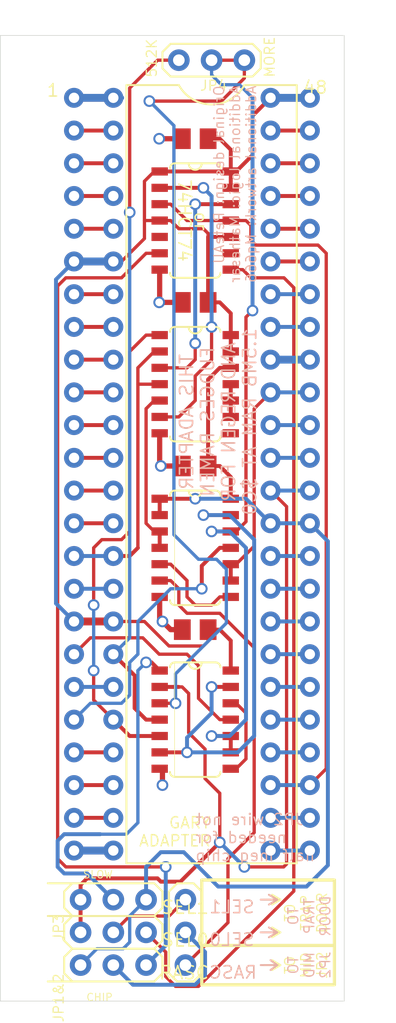
<source format=kicad_pcb>
(kicad_pcb (version 20171130) (host pcbnew 5.1.10)

  (general
    (thickness 1.6)
    (drawings 57)
    (tracks 358)
    (zones 0)
    (modules 22)
    (nets 65)
  )

  (page A4)
  (layers
    (0 Top signal)
    (31 Bottom signal)
    (32 B.Adhes user)
    (33 F.Adhes user)
    (34 B.Paste user)
    (35 F.Paste user)
    (36 B.SilkS user)
    (37 F.SilkS user)
    (38 B.Mask user)
    (39 F.Mask user)
    (40 Dwgs.User user)
    (41 Cmts.User user)
    (42 Eco1.User user)
    (43 Eco2.User user)
    (44 Edge.Cuts user)
    (45 Margin user)
    (46 B.CrtYd user)
    (47 F.CrtYd user)
    (48 B.Fab user)
    (49 F.Fab user)
  )

  (setup
    (last_trace_width 0.25)
    (trace_clearance 0.2)
    (zone_clearance 0.508)
    (zone_45_only no)
    (trace_min 0.2)
    (via_size 0.8)
    (via_drill 0.4)
    (via_min_size 0.4)
    (via_min_drill 0.3)
    (uvia_size 0.3)
    (uvia_drill 0.1)
    (uvias_allowed no)
    (uvia_min_size 0.2)
    (uvia_min_drill 0.1)
    (edge_width 0.05)
    (segment_width 0.2)
    (pcb_text_width 0.3)
    (pcb_text_size 1.5 1.5)
    (mod_edge_width 0.12)
    (mod_text_size 1 1)
    (mod_text_width 0.15)
    (pad_size 1.524 1.524)
    (pad_drill 0.762)
    (pad_to_mask_clearance 0)
    (aux_axis_origin 0 0)
    (visible_elements FFFFFF7F)
    (pcbplotparams
      (layerselection 0x010fc_ffffffff)
      (usegerberextensions false)
      (usegerberattributes true)
      (usegerberadvancedattributes true)
      (creategerberjobfile true)
      (excludeedgelayer true)
      (linewidth 0.100000)
      (plotframeref false)
      (viasonmask false)
      (mode 1)
      (useauxorigin false)
      (hpglpennumber 1)
      (hpglpenspeed 20)
      (hpglpendiameter 15.000000)
      (psnegative false)
      (psa4output false)
      (plotreference true)
      (plotvalue true)
      (plotinvisibletext false)
      (padsonsilk false)
      (subtractmaskfromsilk false)
      (outputformat 1)
      (mirror false)
      (drillshape 1)
      (scaleselection 1)
      (outputdirectory ""))
  )

  (net 0 "")
  (net 1 VCC)
  (net 2 GND)
  (net 3 /A23)
  (net 4 /ORIGA20)
  (net 5 /ORIGA19)
  (net 6 /CCKQ)
  (net 7 /P23)
  (net 8 /P22)
  (net 9 /P21)
  (net 10 //GARY_RAMEN)
  (net 11 /P19)
  (net 12 //GARY_REGEN)
  (net 13 /P16)
  (net 14 //BLIT)
  (net 15 /P14)
  (net 16 /P13)
  (net 17 /P12)
  (net 18 /P11)
  (net 19 /P10)
  (net 20 /P9)
  (net 21 /P8)
  (net 22 /P7)
  (net 23 /P5)
  (net 24 /P4)
  (net 25 /P3)
  (net 26 /P2)
  (net 27 //NEW_RAMEN)
  (net 28 //NEW_REGEN)
  (net 29 "Net-(IC1-Pad12)")
  (net 30 "Net-(IC1-Pad10)")
  (net 31 "Net-(IC1-Pad13)")
  (net 32 "Net-(IC1-Pad3)")
  (net 33 "Net-(IC1-Pad1)")
  (net 34 "Net-(IC2-Pad5)")
  (net 35 /RAS_CTL)
  (net 36 //A19)
  (net 37 "Net-(IC3-Pad8)")
  (net 38 "Net-(IC3-Pad10)")
  (net 39 "Net-(IC3-Pad6)")
  (net 40 "Net-(IC3-Pad3)")
  (net 41 //GARY_RAMEN_FF)
  (net 42 "Net-(IC4-Pad9)")
  (net 43 //A19_FF)
  (net 44 "Net-(IC4-Pad5)")
  (net 45 /SEL0)
  (net 46 /SEL1)
  (net 47 "Net-(GARY1-Pad47)")
  (net 48 "Net-(GARY1-Pad46)")
  (net 49 "Net-(GARY1-Pad45)")
  (net 50 "Net-(GARY1-Pad44)")
  (net 51 "Net-(GARY1-Pad43)")
  (net 52 "Net-(GARY1-Pad42)")
  (net 53 "Net-(GARY1-Pad41)")
  (net 54 "Net-(GARY1-Pad38)")
  (net 55 "Net-(GARY1-Pad37)")
  (net 56 "Net-(GARY1-Pad34)")
  (net 57 "Net-(GARY1-Pad33)")
  (net 58 "Net-(GARY1-Pad32)")
  (net 59 "Net-(GARY1-Pad31)")
  (net 60 "Net-(GARY1-Pad30)")
  (net 61 "Net-(GARY1-Pad29)")
  (net 62 "Net-(GARY1-Pad28)")
  (net 63 "Net-(GARY1-Pad26)")
  (net 64 "Net-(GARY1-Pad25)")

  (net_class Default "This is the default net class."
    (clearance 0.2)
    (trace_width 0.25)
    (via_dia 0.8)
    (via_drill 0.4)
    (uvia_dia 0.3)
    (uvia_drill 0.1)
    (add_net //A19)
    (add_net //A19_FF)
    (add_net //BLIT)
    (add_net //GARY_RAMEN)
    (add_net //GARY_RAMEN_FF)
    (add_net //GARY_REGEN)
    (add_net //NEW_RAMEN)
    (add_net //NEW_REGEN)
    (add_net /A23)
    (add_net /CCKQ)
    (add_net /ORIGA19)
    (add_net /ORIGA20)
    (add_net /P10)
    (add_net /P11)
    (add_net /P12)
    (add_net /P13)
    (add_net /P14)
    (add_net /P16)
    (add_net /P19)
    (add_net /P2)
    (add_net /P21)
    (add_net /P22)
    (add_net /P23)
    (add_net /P3)
    (add_net /P4)
    (add_net /P5)
    (add_net /P7)
    (add_net /P8)
    (add_net /P9)
    (add_net /RAS_CTL)
    (add_net /SEL0)
    (add_net /SEL1)
    (add_net GND)
    (add_net "Net-(GARY1-Pad25)")
    (add_net "Net-(GARY1-Pad26)")
    (add_net "Net-(GARY1-Pad28)")
    (add_net "Net-(GARY1-Pad29)")
    (add_net "Net-(GARY1-Pad30)")
    (add_net "Net-(GARY1-Pad31)")
    (add_net "Net-(GARY1-Pad32)")
    (add_net "Net-(GARY1-Pad33)")
    (add_net "Net-(GARY1-Pad34)")
    (add_net "Net-(GARY1-Pad37)")
    (add_net "Net-(GARY1-Pad38)")
    (add_net "Net-(GARY1-Pad41)")
    (add_net "Net-(GARY1-Pad42)")
    (add_net "Net-(GARY1-Pad43)")
    (add_net "Net-(GARY1-Pad44)")
    (add_net "Net-(GARY1-Pad45)")
    (add_net "Net-(GARY1-Pad46)")
    (add_net "Net-(GARY1-Pad47)")
    (add_net "Net-(IC1-Pad1)")
    (add_net "Net-(IC1-Pad10)")
    (add_net "Net-(IC1-Pad12)")
    (add_net "Net-(IC1-Pad13)")
    (add_net "Net-(IC1-Pad3)")
    (add_net "Net-(IC2-Pad5)")
    (add_net "Net-(IC3-Pad10)")
    (add_net "Net-(IC3-Pad3)")
    (add_net "Net-(IC3-Pad6)")
    (add_net "Net-(IC3-Pad8)")
    (add_net "Net-(IC4-Pad5)")
    (add_net "Net-(IC4-Pad9)")
    (add_net VCC)
  )

  (module "" (layer Top) (tedit 0) (tstamp 0)
    (at 21.6916 57.5691)
    (fp_text reference @HOLE2 (at 0 0) (layer F.SilkS) hide
      (effects (font (size 1.27 1.27) (thickness 0.15)))
    )
    (fp_text value "" (at 0 0) (layer F.SilkS)
      (effects (font (size 1.27 1.27) (thickness 0.15)))
    )
    (pad "" np_thru_hole circle (at 0 0) (size 1 1) (drill 1) (layers *.Cu *.Mask))
  )

  (module "" (layer Top) (tedit 0) (tstamp 0)
    (at 21.6916 76.3651)
    (fp_text reference @HOLE3 (at 0 0) (layer F.SilkS) hide
      (effects (font (size 1.27 1.27) (thickness 0.15)))
    )
    (fp_text value "" (at 0 0) (layer F.SilkS)
      (effects (font (size 1.27 1.27) (thickness 0.15)))
    )
    (pad "" np_thru_hole circle (at 0 0) (size 1 1) (drill 1) (layers *.Cu *.Mask))
  )

  (module "" (layer Top) (tedit 0) (tstamp 0)
    (at 21.6916 38.7731)
    (fp_text reference @HOLE4 (at 0 0) (layer F.SilkS) hide
      (effects (font (size 1.27 1.27) (thickness 0.15)))
    )
    (fp_text value "" (at 0 0) (layer F.SilkS)
      (effects (font (size 1.27 1.27) (thickness 0.15)))
    )
    (pad "" np_thru_hole circle (at 0 0) (size 1 1) (drill 1) (layers *.Cu *.Mask))
  )

  (module "" (layer Top) (tedit 0) (tstamp 0)
    (at 21.6916 29.3751)
    (fp_text reference @HOLE5 (at 0 0) (layer F.SilkS) hide
      (effects (font (size 1.27 1.27) (thickness 0.15)))
    )
    (fp_text value "" (at 0 0) (layer F.SilkS)
      (effects (font (size 1.27 1.27) (thickness 0.15)))
    )
    (pad "" np_thru_hole circle (at 0 0) (size 1 1) (drill 1) (layers *.Cu *.Mask))
  )

  (module "" (layer Top) (tedit 0) (tstamp 0)
    (at 21.6916 66.9671)
    (fp_text reference @HOLE6 (at 0 0) (layer F.SilkS) hide
      (effects (font (size 1.27 1.27) (thickness 0.15)))
    )
    (fp_text value "" (at 0 0) (layer F.SilkS)
      (effects (font (size 1.27 1.27) (thickness 0.15)))
    )
    (pad "" np_thru_hole circle (at 0 0) (size 1 1) (drill 1) (layers *.Cu *.Mask))
  )

  (module "" (layer Top) (tedit 0) (tstamp 0)
    (at 21.6916 85.7631)
    (fp_text reference @HOLE7 (at 0 0) (layer F.SilkS) hide
      (effects (font (size 1.27 1.27) (thickness 0.15)))
    )
    (fp_text value "" (at 0 0) (layer F.SilkS)
      (effects (font (size 1.27 1.27) (thickness 0.15)))
    )
    (pad "" np_thru_hole circle (at 0 0) (size 1 1) (drill 1) (layers *.Cu *.Mask))
  )

  (module "" (layer Top) (tedit 0) (tstamp 0)
    (at 21.6916 48.1711)
    (fp_text reference @HOLE8 (at 0 0) (layer F.SilkS) hide
      (effects (font (size 1.27 1.27) (thickness 0.15)))
    )
    (fp_text value "" (at 0 0) (layer F.SilkS)
      (effects (font (size 1.27 1.27) (thickness 0.15)))
    )
    (pad "" np_thru_hole circle (at 0 0) (size 1 1) (drill 1) (layers *.Cu *.Mask))
  )

  (module miniA501b6:C0805K (layer Top) (tedit 0) (tstamp 61E3C9CE)
    (at 35.1536 66.0781 180)
    (descr "<b>Ceramic Chip Capacitor KEMET 0805 reflow solder</b><p>\nMetric Code Size 2012")
    (path /97371AF8)
    (fp_text reference C9 (at -1 -0.875 180) (layer F.SilkS) hide
      (effects (font (size 0.9652 0.9652) (thickness 0.08128)) (justify right top))
    )
    (fp_text value 100n (at -1 1.9 180) (layer F.Fab) hide
      (effects (font (size 0.9652 0.9652) (thickness 0.08128)) (justify right top))
    )
    (fp_line (start -0.925 -0.6) (end 0.925 -0.6) (layer F.Fab) (width 0.1016))
    (fp_line (start 0.925 0.6) (end -0.925 0.6) (layer F.Fab) (width 0.1016))
    (fp_poly (pts (xy -1 0.65) (xy -0.5 0.65) (xy -0.5 -0.65) (xy -1 -0.65)) (layer F.Fab) (width 0))
    (fp_poly (pts (xy 0.5 0.65) (xy 1 0.65) (xy 1 -0.65) (xy 0.5 -0.65)) (layer F.Fab) (width 0))
    (pad 2 smd rect (at 1 0 180) (size 1.3 1.6) (layers Top F.Paste F.Mask)
      (net 2 GND) (solder_mask_margin 0.0508))
    (pad 1 smd rect (at -1 0 180) (size 1.3 1.6) (layers Top F.Paste F.Mask)
      (net 1 VCC) (solder_mask_margin 0.0508))
  )

  (module miniA501b6:C0805K (layer Top) (tedit 0) (tstamp 61E3C9D7)
    (at 35.1536 53.3781 180)
    (descr "<b>Ceramic Chip Capacitor KEMET 0805 reflow solder</b><p>\nMetric Code Size 2012")
    (path /67D375A8)
    (fp_text reference C17 (at -1 -0.875 180) (layer F.SilkS) hide
      (effects (font (size 0.9652 0.9652) (thickness 0.08128)) (justify right top))
    )
    (fp_text value 100n (at -1 1.9 180) (layer F.Fab) hide
      (effects (font (size 0.9652 0.9652) (thickness 0.08128)) (justify right top))
    )
    (fp_line (start -0.925 -0.6) (end 0.925 -0.6) (layer F.Fab) (width 0.1016))
    (fp_line (start 0.925 0.6) (end -0.925 0.6) (layer F.Fab) (width 0.1016))
    (fp_poly (pts (xy -1 0.65) (xy -0.5 0.65) (xy -0.5 -0.65) (xy -1 -0.65)) (layer F.Fab) (width 0))
    (fp_poly (pts (xy 0.5 0.65) (xy 1 0.65) (xy 1 -0.65) (xy 0.5 -0.65)) (layer F.Fab) (width 0))
    (pad 2 smd rect (at 1 0 180) (size 1.3 1.6) (layers Top F.Paste F.Mask)
      (net 2 GND) (solder_mask_margin 0.0508))
    (pad 1 smd rect (at -1 0 180) (size 1.3 1.6) (layers Top F.Paste F.Mask)
      (net 1 VCC) (solder_mask_margin 0.0508))
  )

  (module miniA501b6:C0805K (layer Top) (tedit 0) (tstamp 61E3C9E0)
    (at 35.1536 40.6781 180)
    (descr "<b>Ceramic Chip Capacitor KEMET 0805 reflow solder</b><p>\nMetric Code Size 2012")
    (path /92530984)
    (fp_text reference C18 (at -1 -0.875 180) (layer F.SilkS) hide
      (effects (font (size 0.9652 0.9652) (thickness 0.08128)) (justify right top))
    )
    (fp_text value 100n (at -1 1.9 180) (layer F.Fab) hide
      (effects (font (size 0.9652 0.9652) (thickness 0.08128)) (justify right top))
    )
    (fp_line (start -0.925 -0.6) (end 0.925 -0.6) (layer F.Fab) (width 0.1016))
    (fp_line (start 0.925 0.6) (end -0.925 0.6) (layer F.Fab) (width 0.1016))
    (fp_poly (pts (xy -1 0.65) (xy -0.5 0.65) (xy -0.5 -0.65) (xy -1 -0.65)) (layer F.Fab) (width 0))
    (fp_poly (pts (xy 0.5 0.65) (xy 1 0.65) (xy 1 -0.65) (xy 0.5 -0.65)) (layer F.Fab) (width 0))
    (pad 2 smd rect (at 1 0 180) (size 1.3 1.6) (layers Top F.Paste F.Mask)
      (net 2 GND) (solder_mask_margin 0.0508))
    (pad 1 smd rect (at -1 0 180) (size 1.3 1.6) (layers Top F.Paste F.Mask)
      (net 1 VCC) (solder_mask_margin 0.0508))
  )

  (module miniA501b6:C0805K (layer Top) (tedit 0) (tstamp 61E3C9E9)
    (at 35.1536 27.9781 180)
    (descr "<b>Ceramic Chip Capacitor KEMET 0805 reflow solder</b><p>\nMetric Code Size 2012")
    (path /DD995227)
    (fp_text reference C24 (at -1 -0.875 180) (layer F.SilkS) hide
      (effects (font (size 0.9652 0.9652) (thickness 0.08128)) (justify right top))
    )
    (fp_text value 100n (at -1 1.9 180) (layer F.Fab) hide
      (effects (font (size 0.9652 0.9652) (thickness 0.08128)) (justify right top))
    )
    (fp_line (start -0.925 -0.6) (end 0.925 -0.6) (layer F.Fab) (width 0.1016))
    (fp_line (start 0.925 0.6) (end -0.925 0.6) (layer F.Fab) (width 0.1016))
    (fp_poly (pts (xy -1 0.65) (xy -0.5 0.65) (xy -0.5 -0.65) (xy -1 -0.65)) (layer F.Fab) (width 0))
    (fp_poly (pts (xy 0.5 0.65) (xy 1 0.65) (xy 1 -0.65) (xy 0.5 -0.65)) (layer F.Fab) (width 0))
    (pad 2 smd rect (at 1 0 180) (size 1.3 1.6) (layers Top F.Paste F.Mask)
      (net 2 GND) (solder_mask_margin 0.0508))
    (pad 1 smd rect (at -1 0 180) (size 1.3 1.6) (layers Top F.Paste F.Mask)
      (net 1 VCC) (solder_mask_margin 0.0508))
  )

  (module miniA501b6:DIL48 (layer Top) (tedit 0) (tstamp 61E3C9F2)
    (at 36.4236 54.0131 270)
    (descr "<b>Dual In Line Package</b>")
    (path /31B5C530)
    (fp_text reference GARY1 (at -30.48 6.35) (layer F.SilkS) hide
      (effects (font (size 1.6891 1.6891) (thickness 0.1778)) (justify left bottom))
    )
    (fp_text value DIL48 (at -16.637 1.016 90) (layer F.Fab)
      (effects (font (size 1.6891 1.6891) (thickness 0.16891)) (justify left bottom))
    )
    (fp_line (start -30.199 6.604) (end 30.199 6.604) (layer F.SilkS) (width 0.1524))
    (fp_line (start 30.199 6.604) (end 30.199 -6.604) (layer F.SilkS) (width 0.1524))
    (fp_line (start 30.199 -6.604) (end -30.199 -6.604) (layer F.SilkS) (width 0.1524))
    (fp_line (start -30.199 -6.604) (end -30.199 -2.54) (layer F.SilkS) (width 0.1524))
    (fp_line (start -30.199 2.54) (end -30.199 6.604) (layer F.SilkS) (width 0.1524))
    (fp_arc (start -31.595999 0) (end -30.199 -2.54) (angle 122.378413) (layer F.SilkS) (width 0.1524))
    (pad 48 thru_hole circle (at -29.21 -7.62) (size 1.55 1.55) (drill 0.8) (layers *.Cu *.Mask)
      (net 1 VCC) (solder_mask_margin 0.0508))
    (pad 47 thru_hole circle (at -26.67 -7.62) (size 1.55 1.55) (drill 0.8) (layers *.Cu *.Mask)
      (net 47 "Net-(GARY1-Pad47)") (solder_mask_margin 0.0508))
    (pad 46 thru_hole circle (at -24.13 -7.62) (size 1.55 1.55) (drill 0.8) (layers *.Cu *.Mask)
      (net 48 "Net-(GARY1-Pad46)") (solder_mask_margin 0.0508))
    (pad 45 thru_hole circle (at -21.59 -7.62) (size 1.55 1.55) (drill 0.8) (layers *.Cu *.Mask)
      (net 49 "Net-(GARY1-Pad45)") (solder_mask_margin 0.0508))
    (pad 44 thru_hole circle (at -19.05 -7.62) (size 1.55 1.55) (drill 0.8) (layers *.Cu *.Mask)
      (net 50 "Net-(GARY1-Pad44)") (solder_mask_margin 0.0508))
    (pad 43 thru_hole circle (at -16.51 -7.62) (size 1.55 1.55) (drill 0.8) (layers *.Cu *.Mask)
      (net 51 "Net-(GARY1-Pad43)") (solder_mask_margin 0.0508))
    (pad 42 thru_hole circle (at -13.97 -7.62) (size 1.55 1.55) (drill 0.8) (layers *.Cu *.Mask)
      (net 52 "Net-(GARY1-Pad42)") (solder_mask_margin 0.0508))
    (pad 41 thru_hole circle (at -11.43 -7.62) (size 1.55 1.55) (drill 0.8) (layers *.Cu *.Mask)
      (net 53 "Net-(GARY1-Pad41)") (solder_mask_margin 0.0508))
    (pad 40 thru_hole circle (at -8.89 -7.62) (size 1.55 1.55) (drill 0.8) (layers *.Cu *.Mask)
      (net 2 GND) (solder_mask_margin 0.0508))
    (pad 39 thru_hole circle (at -6.35 -7.62) (size 1.55 1.55) (drill 0.8) (layers *.Cu *.Mask)
      (net 3 /A23) (solder_mask_margin 0.0508))
    (pad 38 thru_hole circle (at -3.81 -7.62) (size 1.55 1.55) (drill 0.8) (layers *.Cu *.Mask)
      (net 54 "Net-(GARY1-Pad38)") (solder_mask_margin 0.0508))
    (pad 37 thru_hole circle (at -1.27 -7.62) (size 1.55 1.55) (drill 0.8) (layers *.Cu *.Mask)
      (net 55 "Net-(GARY1-Pad37)") (solder_mask_margin 0.0508))
    (pad 36 thru_hole circle (at 1.27 -7.62) (size 1.55 1.55) (drill 0.8) (layers *.Cu *.Mask)
      (net 4 /ORIGA20) (solder_mask_margin 0.0508))
    (pad 35 thru_hole circle (at 3.81 -7.62) (size 1.55 1.55) (drill 0.8) (layers *.Cu *.Mask)
      (net 5 /ORIGA19) (solder_mask_margin 0.0508))
    (pad 34 thru_hole circle (at 6.35 -7.62) (size 1.55 1.55) (drill 0.8) (layers *.Cu *.Mask)
      (net 56 "Net-(GARY1-Pad34)") (solder_mask_margin 0.0508))
    (pad 33 thru_hole circle (at 8.89 -7.62) (size 1.55 1.55) (drill 0.8) (layers *.Cu *.Mask)
      (net 57 "Net-(GARY1-Pad33)") (solder_mask_margin 0.0508))
    (pad 32 thru_hole circle (at 11.43 -7.62) (size 1.55 1.55) (drill 0.8) (layers *.Cu *.Mask)
      (net 58 "Net-(GARY1-Pad32)") (solder_mask_margin 0.0508))
    (pad 31 thru_hole circle (at 13.97 -7.62) (size 1.55 1.55) (drill 0.8) (layers *.Cu *.Mask)
      (net 59 "Net-(GARY1-Pad31)") (solder_mask_margin 0.0508))
    (pad 30 thru_hole circle (at 16.51 -7.62) (size 1.55 1.55) (drill 0.8) (layers *.Cu *.Mask)
      (net 60 "Net-(GARY1-Pad30)") (solder_mask_margin 0.0508))
    (pad 29 thru_hole circle (at 19.05 -7.62) (size 1.55 1.55) (drill 0.8) (layers *.Cu *.Mask)
      (net 61 "Net-(GARY1-Pad29)") (solder_mask_margin 0.0508))
    (pad 28 thru_hole circle (at 21.59 -7.62) (size 1.55 1.55) (drill 0.8) (layers *.Cu *.Mask)
      (net 62 "Net-(GARY1-Pad28)") (solder_mask_margin 0.0508))
    (pad 27 thru_hole circle (at 24.13 -7.62) (size 1.55 1.55) (drill 0.8) (layers *.Cu *.Mask)
      (net 6 /CCKQ) (solder_mask_margin 0.0508))
    (pad 26 thru_hole circle (at 26.67 -7.62) (size 1.55 1.55) (drill 0.8) (layers *.Cu *.Mask)
      (net 63 "Net-(GARY1-Pad26)") (solder_mask_margin 0.0508))
    (pad 25 thru_hole circle (at 29.21 -7.62) (size 1.55 1.55) (drill 0.8) (layers *.Cu *.Mask)
      (net 64 "Net-(GARY1-Pad25)") (solder_mask_margin 0.0508))
    (pad 24 thru_hole circle (at 29.21 7.62) (size 1.55 1.55) (drill 0.8) (layers *.Cu *.Mask)
      (net 2 GND) (solder_mask_margin 0.0508))
    (pad 23 thru_hole circle (at 26.67 7.62) (size 1.55 1.55) (drill 0.8) (layers *.Cu *.Mask)
      (net 7 /P23) (solder_mask_margin 0.0508))
    (pad 22 thru_hole circle (at 24.13 7.62) (size 1.55 1.55) (drill 0.8) (layers *.Cu *.Mask)
      (net 8 /P22) (solder_mask_margin 0.0508))
    (pad 21 thru_hole circle (at 21.59 7.62) (size 1.55 1.55) (drill 0.8) (layers *.Cu *.Mask)
      (net 9 /P21) (solder_mask_margin 0.0508))
    (pad 20 thru_hole circle (at 19.05 7.62) (size 1.55 1.55) (drill 0.8) (layers *.Cu *.Mask)
      (net 10 //GARY_RAMEN) (solder_mask_margin 0.0508))
    (pad 19 thru_hole circle (at 16.51 7.62) (size 1.55 1.55) (drill 0.8) (layers *.Cu *.Mask)
      (net 11 /P19) (solder_mask_margin 0.0508))
    (pad 18 thru_hole circle (at 13.97 7.62) (size 1.55 1.55) (drill 0.8) (layers *.Cu *.Mask)
      (net 12 //GARY_REGEN) (solder_mask_margin 0.0508))
    (pad 17 thru_hole circle (at 11.43 7.62) (size 1.55 1.55) (drill 0.8) (layers *.Cu *.Mask)
      (net 1 VCC) (solder_mask_margin 0.0508))
    (pad 16 thru_hole circle (at 8.89 7.62) (size 1.55 1.55) (drill 0.8) (layers *.Cu *.Mask)
      (net 13 /P16) (solder_mask_margin 0.0508))
    (pad 15 thru_hole circle (at 6.35 7.62) (size 1.55 1.55) (drill 0.8) (layers *.Cu *.Mask)
      (net 14 //BLIT) (solder_mask_margin 0.0508))
    (pad 14 thru_hole circle (at 3.81 7.62) (size 1.55 1.55) (drill 0.8) (layers *.Cu *.Mask)
      (net 15 /P14) (solder_mask_margin 0.0508))
    (pad 13 thru_hole circle (at 1.27 7.62) (size 1.55 1.55) (drill 0.8) (layers *.Cu *.Mask)
      (net 16 /P13) (solder_mask_margin 0.0508))
    (pad 12 thru_hole circle (at -1.27 7.62) (size 1.55 1.55) (drill 0.8) (layers *.Cu *.Mask)
      (net 17 /P12) (solder_mask_margin 0.0508))
    (pad 11 thru_hole circle (at -3.81 7.62) (size 1.55 1.55) (drill 0.8) (layers *.Cu *.Mask)
      (net 18 /P11) (solder_mask_margin 0.0508))
    (pad 10 thru_hole circle (at -6.35 7.62) (size 1.55 1.55) (drill 0.8) (layers *.Cu *.Mask)
      (net 19 /P10) (solder_mask_margin 0.0508))
    (pad 9 thru_hole circle (at -8.89 7.62) (size 1.55 1.55) (drill 0.8) (layers *.Cu *.Mask)
      (net 20 /P9) (solder_mask_margin 0.0508))
    (pad 8 thru_hole circle (at -11.43 7.62) (size 1.55 1.55) (drill 0.8) (layers *.Cu *.Mask)
      (net 21 /P8) (solder_mask_margin 0.0508))
    (pad 7 thru_hole circle (at -13.97 7.62) (size 1.55 1.55) (drill 0.8) (layers *.Cu *.Mask)
      (net 22 /P7) (solder_mask_margin 0.0508))
    (pad 6 thru_hole circle (at -16.51 7.62) (size 1.55 1.55) (drill 0.8) (layers *.Cu *.Mask)
      (net 1 VCC) (solder_mask_margin 0.0508))
    (pad 5 thru_hole circle (at -19.05 7.62) (size 1.55 1.55) (drill 0.8) (layers *.Cu *.Mask)
      (net 23 /P5) (solder_mask_margin 0.0508))
    (pad 4 thru_hole circle (at -21.59 7.62) (size 1.55 1.55) (drill 0.8) (layers *.Cu *.Mask)
      (net 24 /P4) (solder_mask_margin 0.0508))
    (pad 3 thru_hole circle (at -24.13 7.62) (size 1.55 1.55) (drill 0.8) (layers *.Cu *.Mask)
      (net 25 /P3) (solder_mask_margin 0.0508))
    (pad 2 thru_hole circle (at -26.67 7.62) (size 1.55 1.55) (drill 0.8) (layers *.Cu *.Mask)
      (net 26 /P2) (solder_mask_margin 0.0508))
    (pad 1 thru_hole circle (at -29.21 7.62) (size 1.55 1.55) (drill 0.8) (layers *.Cu *.Mask)
      (net 2 GND) (solder_mask_margin 0.0508))
  )

  (module miniA501b6:SO14 (layer Top) (tedit 0) (tstamp 61E3CA2B)
    (at 35.1536 73.0631 270)
    (descr "<b>Small Outline package</b> 150 mil")
    (path /1EB6EA8D)
    (fp_text reference IC1 (at -4.826 1.905) (layer F.SilkS) hide
      (effects (font (size 1.2065 1.2065) (thickness 0.127)) (justify left bottom))
    )
    (fp_text value 74F00 (at -0.254 0.889 270) (layer F.Fab)
      (effects (font (size 0.9652 0.9652) (thickness 0.115824)) (justify left bottom))
    )
    (fp_line (start 4.064 -1.9558) (end -4.064 -1.9558) (layer F.Fab) (width 0.1524))
    (fp_line (start -4.064 1.9558) (end 4.064 1.9558) (layer F.Fab) (width 0.1524))
    (fp_line (start 4.445 1.5748) (end 4.445 -1.5748) (layer F.SilkS) (width 0.1524))
    (fp_line (start -4.445 -1.5748) (end -4.445 -0.508) (layer F.SilkS) (width 0.1524))
    (fp_line (start -4.445 -0.508) (end -4.445 0.508) (layer F.SilkS) (width 0.1524))
    (fp_line (start -4.445 0.508) (end -4.445 1.5748) (layer F.SilkS) (width 0.1524))
    (fp_line (start -4.445 1.6002) (end 4.445 1.6002) (layer F.SilkS) (width 0.0508))
    (fp_poly (pts (xy -0.254 -1.9558) (xy 0.254 -1.9558) (xy 0.254 -3.0988) (xy -0.254 -3.0988)) (layer F.Fab) (width 0))
    (fp_poly (pts (xy -4.064 3.0988) (xy -3.556 3.0988) (xy -3.556 1.9558) (xy -4.064 1.9558)) (layer F.Fab) (width 0))
    (fp_poly (pts (xy -2.794 3.0988) (xy -2.286 3.0988) (xy -2.286 1.9558) (xy -2.794 1.9558)) (layer F.Fab) (width 0))
    (fp_poly (pts (xy -1.524 3.0734) (xy -1.016 3.0734) (xy -1.016 1.9304) (xy -1.524 1.9304)) (layer F.Fab) (width 0))
    (fp_poly (pts (xy -0.254 3.0988) (xy 0.254 3.0988) (xy 0.254 1.9558) (xy -0.254 1.9558)) (layer F.Fab) (width 0))
    (fp_poly (pts (xy -1.524 -1.9558) (xy -1.016 -1.9558) (xy -1.016 -3.0988) (xy -1.524 -3.0988)) (layer F.Fab) (width 0))
    (fp_poly (pts (xy -2.794 -1.9558) (xy -2.286 -1.9558) (xy -2.286 -3.0988) (xy -2.794 -3.0988)) (layer F.Fab) (width 0))
    (fp_poly (pts (xy -4.064 -1.9558) (xy -3.556 -1.9558) (xy -3.556 -3.0988) (xy -4.064 -3.0988)) (layer F.Fab) (width 0))
    (fp_poly (pts (xy 1.016 -1.9558) (xy 1.524 -1.9558) (xy 1.524 -3.0988) (xy 1.016 -3.0988)) (layer F.Fab) (width 0))
    (fp_poly (pts (xy 2.286 -1.9558) (xy 2.794 -1.9558) (xy 2.794 -3.0988) (xy 2.286 -3.0988)) (layer F.Fab) (width 0))
    (fp_poly (pts (xy 3.556 -1.9558) (xy 4.064 -1.9558) (xy 4.064 -3.0988) (xy 3.556 -3.0988)) (layer F.Fab) (width 0))
    (fp_poly (pts (xy 1.016 3.0988) (xy 1.524 3.0988) (xy 1.524 1.9558) (xy 1.016 1.9558)) (layer F.Fab) (width 0))
    (fp_poly (pts (xy 2.286 3.0988) (xy 2.794 3.0988) (xy 2.794 1.9558) (xy 2.286 1.9558)) (layer F.Fab) (width 0))
    (fp_poly (pts (xy 3.556 3.0988) (xy 4.064 3.0988) (xy 4.064 1.9558) (xy 3.556 1.9558)) (layer F.Fab) (width 0))
    (fp_arc (start -4.445 0) (end -4.445 -0.508) (angle 180) (layer F.SilkS) (width 0.1524))
    (fp_arc (start -4.064 1.5748) (end -4.445 1.5748) (angle -90) (layer F.SilkS) (width 0.1524))
    (fp_arc (start 4.064 -1.5748) (end 4.064 -1.9558) (angle 90) (layer F.SilkS) (width 0.1524))
    (fp_arc (start -4.064 -1.5748) (end -4.445 -1.5748) (angle 90) (layer F.SilkS) (width 0.1524))
    (fp_arc (start 4.064 1.5748) (end 4.064 1.9558) (angle -90) (layer F.SilkS) (width 0.1524))
    (pad 8 smd rect (at 3.81 -2.7559 270) (size 0.635 1.27) (layers Top F.Paste F.Mask)
      (net 29 "Net-(IC1-Pad12)") (solder_mask_margin 0.0508))
    (pad 7 smd rect (at 3.81 2.7559 270) (size 0.635 1.27) (layers Top F.Paste F.Mask)
      (net 2 GND) (solder_mask_margin 0.0508))
    (pad 9 smd rect (at 2.54 -2.7559 270) (size 0.635 1.27) (layers Top F.Paste F.Mask)
      (net 30 "Net-(IC1-Pad10)") (solder_mask_margin 0.0508))
    (pad 10 smd rect (at 1.27 -2.7559 270) (size 0.635 1.27) (layers Top F.Paste F.Mask)
      (net 30 "Net-(IC1-Pad10)") (solder_mask_margin 0.0508))
    (pad 6 smd rect (at 2.54 2.7559 270) (size 0.635 1.27) (layers Top F.Paste F.Mask)
      (net 31 "Net-(IC1-Pad13)") (solder_mask_margin 0.0508))
    (pad 5 smd rect (at 1.27 2.7559 270) (size 0.635 1.27) (layers Top F.Paste F.Mask)
      (net 10 //GARY_RAMEN) (solder_mask_margin 0.0508))
    (pad 11 smd rect (at 0 -2.7559 270) (size 0.635 1.27) (layers Top F.Paste F.Mask)
      (net 28 //NEW_REGEN) (solder_mask_margin 0.0508))
    (pad 4 smd rect (at 0 2.7559 270) (size 0.635 1.27) (layers Top F.Paste F.Mask)
      (net 12 //GARY_REGEN) (solder_mask_margin 0.0508))
    (pad 12 smd rect (at -1.27 -2.7559 270) (size 0.635 1.27) (layers Top F.Paste F.Mask)
      (net 29 "Net-(IC1-Pad12)") (solder_mask_margin 0.0508))
    (pad 13 smd rect (at -2.54 -2.7559 270) (size 0.635 1.27) (layers Top F.Paste F.Mask)
      (net 31 "Net-(IC1-Pad13)") (solder_mask_margin 0.0508))
    (pad 3 smd rect (at -1.27 2.7559 270) (size 0.635 1.27) (layers Top F.Paste F.Mask)
      (net 32 "Net-(IC1-Pad3)") (solder_mask_margin 0.0508))
    (pad 2 smd rect (at -2.54 2.7559 270) (size 0.635 1.27) (layers Top F.Paste F.Mask)
      (net 4 /ORIGA20) (solder_mask_margin 0.0508))
    (pad 14 smd rect (at -3.81 -2.7559 270) (size 0.635 1.27) (layers Top F.Paste F.Mask)
      (net 1 VCC) (solder_mask_margin 0.0508))
    (pad 1 smd rect (at -3.81 2.7559 270) (size 0.635 1.27) (layers Top F.Paste F.Mask)
      (net 33 "Net-(IC1-Pad1)") (solder_mask_margin 0.0508))
  )

  (module miniA501b6:SO14 (layer Top) (tedit 0) (tstamp 61E3CA56)
    (at 35.1536 59.7281 270)
    (descr "<b>Small Outline package</b> 150 mil")
    (path /5279BEE5)
    (fp_text reference IC2 (at -4.826 1.905) (layer F.SilkS) hide
      (effects (font (size 1.2065 1.2065) (thickness 0.127)) (justify left bottom))
    )
    (fp_text value 74F00 (at 0 1.143 270) (layer F.Fab)
      (effects (font (size 0.9652 0.9652) (thickness 0.115824)) (justify left bottom))
    )
    (fp_line (start 4.064 -1.9558) (end -4.064 -1.9558) (layer F.Fab) (width 0.1524))
    (fp_line (start -4.064 1.9558) (end 4.064 1.9558) (layer F.Fab) (width 0.1524))
    (fp_line (start 4.445 1.5748) (end 4.445 -1.5748) (layer F.SilkS) (width 0.1524))
    (fp_line (start -4.445 -1.5748) (end -4.445 -0.508) (layer F.SilkS) (width 0.1524))
    (fp_line (start -4.445 -0.508) (end -4.445 0.508) (layer F.SilkS) (width 0.1524))
    (fp_line (start -4.445 0.508) (end -4.445 1.5748) (layer F.SilkS) (width 0.1524))
    (fp_line (start -4.445 1.6002) (end 4.445 1.6002) (layer F.SilkS) (width 0.0508))
    (fp_poly (pts (xy -0.254 -1.9558) (xy 0.254 -1.9558) (xy 0.254 -3.0988) (xy -0.254 -3.0988)) (layer F.Fab) (width 0))
    (fp_poly (pts (xy -4.064 3.0988) (xy -3.556 3.0988) (xy -3.556 1.9558) (xy -4.064 1.9558)) (layer F.Fab) (width 0))
    (fp_poly (pts (xy -2.794 3.0988) (xy -2.286 3.0988) (xy -2.286 1.9558) (xy -2.794 1.9558)) (layer F.Fab) (width 0))
    (fp_poly (pts (xy -1.524 3.0734) (xy -1.016 3.0734) (xy -1.016 1.9304) (xy -1.524 1.9304)) (layer F.Fab) (width 0))
    (fp_poly (pts (xy -0.254 3.0988) (xy 0.254 3.0988) (xy 0.254 1.9558) (xy -0.254 1.9558)) (layer F.Fab) (width 0))
    (fp_poly (pts (xy -1.524 -1.9558) (xy -1.016 -1.9558) (xy -1.016 -3.0988) (xy -1.524 -3.0988)) (layer F.Fab) (width 0))
    (fp_poly (pts (xy -2.794 -1.9558) (xy -2.286 -1.9558) (xy -2.286 -3.0988) (xy -2.794 -3.0988)) (layer F.Fab) (width 0))
    (fp_poly (pts (xy -4.064 -1.9558) (xy -3.556 -1.9558) (xy -3.556 -3.0988) (xy -4.064 -3.0988)) (layer F.Fab) (width 0))
    (fp_poly (pts (xy 1.016 -1.9558) (xy 1.524 -1.9558) (xy 1.524 -3.0988) (xy 1.016 -3.0988)) (layer F.Fab) (width 0))
    (fp_poly (pts (xy 2.286 -1.9558) (xy 2.794 -1.9558) (xy 2.794 -3.0988) (xy 2.286 -3.0988)) (layer F.Fab) (width 0))
    (fp_poly (pts (xy 3.556 -1.9558) (xy 4.064 -1.9558) (xy 4.064 -3.0988) (xy 3.556 -3.0988)) (layer F.Fab) (width 0))
    (fp_poly (pts (xy 1.016 3.0988) (xy 1.524 3.0988) (xy 1.524 1.9558) (xy 1.016 1.9558)) (layer F.Fab) (width 0))
    (fp_poly (pts (xy 2.286 3.0988) (xy 2.794 3.0988) (xy 2.794 1.9558) (xy 2.286 1.9558)) (layer F.Fab) (width 0))
    (fp_poly (pts (xy 3.556 3.0988) (xy 4.064 3.0988) (xy 4.064 1.9558) (xy 3.556 1.9558)) (layer F.Fab) (width 0))
    (fp_arc (start -4.445 0) (end -4.445 -0.508) (angle 180) (layer F.SilkS) (width 0.1524))
    (fp_arc (start -4.064 1.5748) (end -4.445 1.5748) (angle -90) (layer F.SilkS) (width 0.1524))
    (fp_arc (start 4.064 -1.5748) (end 4.064 -1.9558) (angle 90) (layer F.SilkS) (width 0.1524))
    (fp_arc (start -4.064 -1.5748) (end -4.445 -1.5748) (angle 90) (layer F.SilkS) (width 0.1524))
    (fp_arc (start 4.064 1.5748) (end 4.064 1.9558) (angle -90) (layer F.SilkS) (width 0.1524))
    (pad 8 smd rect (at 3.81 -2.7559 270) (size 0.635 1.27) (layers Top F.Paste F.Mask)
      (net 34 "Net-(IC2-Pad5)") (solder_mask_margin 0.0508))
    (pad 7 smd rect (at 3.81 2.7559 270) (size 0.635 1.27) (layers Top F.Paste F.Mask)
      (net 2 GND) (solder_mask_margin 0.0508))
    (pad 9 smd rect (at 2.54 -2.7559 270) (size 0.635 1.27) (layers Top F.Paste F.Mask)
      (net 3 /A23) (solder_mask_margin 0.0508))
    (pad 10 smd rect (at 1.27 -2.7559 270) (size 0.635 1.27) (layers Top F.Paste F.Mask)
      (net 3 /A23) (solder_mask_margin 0.0508))
    (pad 6 smd rect (at 2.54 2.7559 270) (size 0.635 1.27) (layers Top F.Paste F.Mask)
      (net 35 /RAS_CTL) (solder_mask_margin 0.0508))
    (pad 5 smd rect (at 1.27 2.7559 270) (size 0.635 1.27) (layers Top F.Paste F.Mask)
      (net 34 "Net-(IC2-Pad5)") (solder_mask_margin 0.0508))
    (pad 11 smd rect (at 0 -2.7559 270) (size 0.635 1.27) (layers Top F.Paste F.Mask)
      (net 27 //NEW_RAMEN) (solder_mask_margin 0.0508))
    (pad 4 smd rect (at 0 2.7559 270) (size 0.635 1.27) (layers Top F.Paste F.Mask)
      (net 36 //A19) (solder_mask_margin 0.0508))
    (pad 12 smd rect (at -1.27 -2.7559 270) (size 0.635 1.27) (layers Top F.Paste F.Mask)
      (net 30 "Net-(IC1-Pad10)") (solder_mask_margin 0.0508))
    (pad 13 smd rect (at -2.54 -2.7559 270) (size 0.635 1.27) (layers Top F.Paste F.Mask)
      (net 31 "Net-(IC1-Pad13)") (solder_mask_margin 0.0508))
    (pad 3 smd rect (at -1.27 2.7559 270) (size 0.635 1.27) (layers Top F.Paste F.Mask)
      (net 36 //A19) (solder_mask_margin 0.0508))
    (pad 2 smd rect (at -2.54 2.7559 270) (size 0.635 1.27) (layers Top F.Paste F.Mask)
      (net 5 /ORIGA19) (solder_mask_margin 0.0508))
    (pad 14 smd rect (at -3.81 -2.7559 270) (size 0.635 1.27) (layers Top F.Paste F.Mask)
      (net 1 VCC) (solder_mask_margin 0.0508))
    (pad 1 smd rect (at -3.81 2.7559 270) (size 0.635 1.27) (layers Top F.Paste F.Mask)
      (net 5 /ORIGA19) (solder_mask_margin 0.0508))
  )

  (module miniA501b6:SO14 (layer Top) (tedit 0) (tstamp 61E3CA81)
    (at 35.1536 47.0281 270)
    (descr "<b>Small Outline package</b> 150 mil")
    (path /217FA382)
    (fp_text reference IC3 (at -4.826 1.905) (layer F.SilkS) hide
      (effects (font (size 1.2065 1.2065) (thickness 0.127)) (justify left bottom))
    )
    (fp_text value 74F00 (at 0 1.143 270) (layer F.Fab)
      (effects (font (size 0.9652 0.9652) (thickness 0.115824)) (justify left bottom))
    )
    (fp_line (start 4.064 -1.9558) (end -4.064 -1.9558) (layer F.Fab) (width 0.1524))
    (fp_line (start -4.064 1.9558) (end 4.064 1.9558) (layer F.Fab) (width 0.1524))
    (fp_line (start 4.445 1.5748) (end 4.445 -1.5748) (layer F.SilkS) (width 0.1524))
    (fp_line (start -4.445 -1.5748) (end -4.445 -0.508) (layer F.SilkS) (width 0.1524))
    (fp_line (start -4.445 -0.508) (end -4.445 0.508) (layer F.SilkS) (width 0.1524))
    (fp_line (start -4.445 0.508) (end -4.445 1.5748) (layer F.SilkS) (width 0.1524))
    (fp_line (start -4.445 1.6002) (end 4.445 1.6002) (layer F.SilkS) (width 0.0508))
    (fp_poly (pts (xy -0.254 -1.9558) (xy 0.254 -1.9558) (xy 0.254 -3.0988) (xy -0.254 -3.0988)) (layer F.Fab) (width 0))
    (fp_poly (pts (xy -4.064 3.0988) (xy -3.556 3.0988) (xy -3.556 1.9558) (xy -4.064 1.9558)) (layer F.Fab) (width 0))
    (fp_poly (pts (xy -2.794 3.0988) (xy -2.286 3.0988) (xy -2.286 1.9558) (xy -2.794 1.9558)) (layer F.Fab) (width 0))
    (fp_poly (pts (xy -1.524 3.0734) (xy -1.016 3.0734) (xy -1.016 1.9304) (xy -1.524 1.9304)) (layer F.Fab) (width 0))
    (fp_poly (pts (xy -0.254 3.0988) (xy 0.254 3.0988) (xy 0.254 1.9558) (xy -0.254 1.9558)) (layer F.Fab) (width 0))
    (fp_poly (pts (xy -1.524 -1.9558) (xy -1.016 -1.9558) (xy -1.016 -3.0988) (xy -1.524 -3.0988)) (layer F.Fab) (width 0))
    (fp_poly (pts (xy -2.794 -1.9558) (xy -2.286 -1.9558) (xy -2.286 -3.0988) (xy -2.794 -3.0988)) (layer F.Fab) (width 0))
    (fp_poly (pts (xy -4.064 -1.9558) (xy -3.556 -1.9558) (xy -3.556 -3.0988) (xy -4.064 -3.0988)) (layer F.Fab) (width 0))
    (fp_poly (pts (xy 1.016 -1.9558) (xy 1.524 -1.9558) (xy 1.524 -3.0988) (xy 1.016 -3.0988)) (layer F.Fab) (width 0))
    (fp_poly (pts (xy 2.286 -1.9558) (xy 2.794 -1.9558) (xy 2.794 -3.0988) (xy 2.286 -3.0988)) (layer F.Fab) (width 0))
    (fp_poly (pts (xy 3.556 -1.9558) (xy 4.064 -1.9558) (xy 4.064 -3.0988) (xy 3.556 -3.0988)) (layer F.Fab) (width 0))
    (fp_poly (pts (xy 1.016 3.0988) (xy 1.524 3.0988) (xy 1.524 1.9558) (xy 1.016 1.9558)) (layer F.Fab) (width 0))
    (fp_poly (pts (xy 2.286 3.0988) (xy 2.794 3.0988) (xy 2.794 1.9558) (xy 2.286 1.9558)) (layer F.Fab) (width 0))
    (fp_poly (pts (xy 3.556 3.0988) (xy 4.064 3.0988) (xy 4.064 1.9558) (xy 3.556 1.9558)) (layer F.Fab) (width 0))
    (fp_arc (start -4.445 0) (end -4.445 -0.508) (angle 180) (layer F.SilkS) (width 0.1524))
    (fp_arc (start -4.064 1.5748) (end -4.445 1.5748) (angle -90) (layer F.SilkS) (width 0.1524))
    (fp_arc (start 4.064 -1.5748) (end 4.064 -1.9558) (angle 90) (layer F.SilkS) (width 0.1524))
    (fp_arc (start -4.064 -1.5748) (end -4.445 -1.5748) (angle 90) (layer F.SilkS) (width 0.1524))
    (fp_arc (start 4.064 1.5748) (end 4.064 1.9558) (angle -90) (layer F.SilkS) (width 0.1524))
    (pad 8 smd rect (at 3.81 -2.7559 270) (size 0.635 1.27) (layers Top F.Paste F.Mask)
      (net 37 "Net-(IC3-Pad8)") (solder_mask_margin 0.0508))
    (pad 7 smd rect (at 3.81 2.7559 270) (size 0.635 1.27) (layers Top F.Paste F.Mask)
      (net 2 GND) (solder_mask_margin 0.0508))
    (pad 9 smd rect (at 2.54 -2.7559 270) (size 0.635 1.27) (layers Top F.Paste F.Mask)
      (net 38 "Net-(IC3-Pad10)") (solder_mask_margin 0.0508))
    (pad 10 smd rect (at 1.27 -2.7559 270) (size 0.635 1.27) (layers Top F.Paste F.Mask)
      (net 38 "Net-(IC3-Pad10)") (solder_mask_margin 0.0508))
    (pad 6 smd rect (at 2.54 2.7559 270) (size 0.635 1.27) (layers Top F.Paste F.Mask)
      (net 39 "Net-(IC3-Pad6)") (solder_mask_margin 0.0508))
    (pad 5 smd rect (at 1.27 2.7559 270) (size 0.635 1.27) (layers Top F.Paste F.Mask)
      (net 36 //A19) (solder_mask_margin 0.0508))
    (pad 11 smd rect (at 0 -2.7559 270) (size 0.635 1.27) (layers Top F.Paste F.Mask)
      (net 38 "Net-(IC3-Pad10)") (solder_mask_margin 0.0508))
    (pad 4 smd rect (at 0 2.7559 270) (size 0.635 1.27) (layers Top F.Paste F.Mask)
      (net 14 //BLIT) (solder_mask_margin 0.0508))
    (pad 12 smd rect (at -1.27 -2.7559 270) (size 0.635 1.27) (layers Top F.Paste F.Mask)
      (net 1 VCC) (solder_mask_margin 0.0508))
    (pad 13 smd rect (at -2.54 -2.7559 270) (size 0.635 1.27) (layers Top F.Paste F.Mask)
      (net 1 VCC) (solder_mask_margin 0.0508))
    (pad 3 smd rect (at -1.27 2.7559 270) (size 0.635 1.27) (layers Top F.Paste F.Mask)
      (net 40 "Net-(IC3-Pad3)") (solder_mask_margin 0.0508))
    (pad 2 smd rect (at -2.54 2.7559 270) (size 0.635 1.27) (layers Top F.Paste F.Mask)
      (net 14 //BLIT) (solder_mask_margin 0.0508))
    (pad 14 smd rect (at -3.81 -2.7559 270) (size 0.635 1.27) (layers Top F.Paste F.Mask)
      (net 1 VCC) (solder_mask_margin 0.0508))
    (pad 1 smd rect (at -3.81 2.7559 270) (size 0.635 1.27) (layers Top F.Paste F.Mask)
      (net 10 //GARY_RAMEN) (solder_mask_margin 0.0508))
  )

  (module miniA501b6:SO14 (layer Top) (tedit 0) (tstamp 61E3CAAC)
    (at 35.1536 34.3281 270)
    (descr "<b>Small Outline package</b> 150 mil")
    (path /90F0AE47)
    (fp_text reference IC4 (at -4.826 1.905) (layer F.SilkS) hide
      (effects (font (size 1.2065 1.2065) (thickness 0.127)) (justify left bottom))
    )
    (fp_text value 74F74 (at 0 -0.762 270) (layer F.Fab)
      (effects (font (size 0.9652 0.9652) (thickness 0.115824)) (justify left bottom))
    )
    (fp_line (start 4.064 -1.9558) (end -4.064 -1.9558) (layer F.Fab) (width 0.1524))
    (fp_line (start -4.064 1.9558) (end 4.064 1.9558) (layer F.Fab) (width 0.1524))
    (fp_line (start 4.445 1.5748) (end 4.445 -1.5748) (layer F.SilkS) (width 0.1524))
    (fp_line (start -4.445 -1.5748) (end -4.445 -0.508) (layer F.SilkS) (width 0.1524))
    (fp_line (start -4.445 -0.508) (end -4.445 0.508) (layer F.SilkS) (width 0.1524))
    (fp_line (start -4.445 0.508) (end -4.445 1.5748) (layer F.SilkS) (width 0.1524))
    (fp_line (start -4.445 1.6002) (end 4.445 1.6002) (layer F.SilkS) (width 0.0508))
    (fp_poly (pts (xy -0.254 -1.9558) (xy 0.254 -1.9558) (xy 0.254 -3.0988) (xy -0.254 -3.0988)) (layer F.Fab) (width 0))
    (fp_poly (pts (xy -4.064 3.0988) (xy -3.556 3.0988) (xy -3.556 1.9558) (xy -4.064 1.9558)) (layer F.Fab) (width 0))
    (fp_poly (pts (xy -2.794 3.0988) (xy -2.286 3.0988) (xy -2.286 1.9558) (xy -2.794 1.9558)) (layer F.Fab) (width 0))
    (fp_poly (pts (xy -1.524 3.0734) (xy -1.016 3.0734) (xy -1.016 1.9304) (xy -1.524 1.9304)) (layer F.Fab) (width 0))
    (fp_poly (pts (xy -0.254 3.0988) (xy 0.254 3.0988) (xy 0.254 1.9558) (xy -0.254 1.9558)) (layer F.Fab) (width 0))
    (fp_poly (pts (xy -1.524 -1.9558) (xy -1.016 -1.9558) (xy -1.016 -3.0988) (xy -1.524 -3.0988)) (layer F.Fab) (width 0))
    (fp_poly (pts (xy -2.794 -1.9558) (xy -2.286 -1.9558) (xy -2.286 -3.0988) (xy -2.794 -3.0988)) (layer F.Fab) (width 0))
    (fp_poly (pts (xy -4.064 -1.9558) (xy -3.556 -1.9558) (xy -3.556 -3.0988) (xy -4.064 -3.0988)) (layer F.Fab) (width 0))
    (fp_poly (pts (xy 1.016 -1.9558) (xy 1.524 -1.9558) (xy 1.524 -3.0988) (xy 1.016 -3.0988)) (layer F.Fab) (width 0))
    (fp_poly (pts (xy 2.286 -1.9558) (xy 2.794 -1.9558) (xy 2.794 -3.0988) (xy 2.286 -3.0988)) (layer F.Fab) (width 0))
    (fp_poly (pts (xy 3.556 -1.9558) (xy 4.064 -1.9558) (xy 4.064 -3.0988) (xy 3.556 -3.0988)) (layer F.Fab) (width 0))
    (fp_poly (pts (xy 1.016 3.0988) (xy 1.524 3.0988) (xy 1.524 1.9558) (xy 1.016 1.9558)) (layer F.Fab) (width 0))
    (fp_poly (pts (xy 2.286 3.0988) (xy 2.794 3.0988) (xy 2.794 1.9558) (xy 2.286 1.9558)) (layer F.Fab) (width 0))
    (fp_poly (pts (xy 3.556 3.0988) (xy 4.064 3.0988) (xy 4.064 1.9558) (xy 3.556 1.9558)) (layer F.Fab) (width 0))
    (fp_arc (start -4.445 0) (end -4.445 -0.508) (angle 180) (layer F.SilkS) (width 0.1524))
    (fp_arc (start -4.064 1.5748) (end -4.445 1.5748) (angle -90) (layer F.SilkS) (width 0.1524))
    (fp_arc (start 4.064 -1.5748) (end 4.064 -1.9558) (angle 90) (layer F.SilkS) (width 0.1524))
    (fp_arc (start -4.064 -1.5748) (end -4.445 -1.5748) (angle 90) (layer F.SilkS) (width 0.1524))
    (fp_arc (start 4.064 1.5748) (end 4.064 1.9558) (angle -90) (layer F.SilkS) (width 0.1524))
    (pad 8 smd rect (at 3.81 -2.7559 270) (size 0.635 1.27) (layers Top F.Paste F.Mask)
      (net 41 //GARY_RAMEN_FF) (solder_mask_margin 0.0508))
    (pad 7 smd rect (at 3.81 2.7559 270) (size 0.635 1.27) (layers Top F.Paste F.Mask)
      (net 2 GND) (solder_mask_margin 0.0508))
    (pad 9 smd rect (at 2.54 -2.7559 270) (size 0.635 1.27) (layers Top F.Paste F.Mask)
      (net 42 "Net-(IC4-Pad9)") (solder_mask_margin 0.0508))
    (pad 10 smd rect (at 1.27 -2.7559 270) (size 0.635 1.27) (layers Top F.Paste F.Mask)
      (net 1 VCC) (solder_mask_margin 0.0508))
    (pad 6 smd rect (at 2.54 2.7559 270) (size 0.635 1.27) (layers Top F.Paste F.Mask)
      (net 43 //A19_FF) (solder_mask_margin 0.0508))
    (pad 5 smd rect (at 1.27 2.7559 270) (size 0.635 1.27) (layers Top F.Paste F.Mask)
      (net 44 "Net-(IC4-Pad5)") (solder_mask_margin 0.0508))
    (pad 11 smd rect (at 0 -2.7559 270) (size 0.635 1.27) (layers Top F.Paste F.Mask)
      (net 6 /CCKQ) (solder_mask_margin 0.0508))
    (pad 4 smd rect (at 0 2.7559 270) (size 0.635 1.27) (layers Top F.Paste F.Mask)
      (net 1 VCC) (solder_mask_margin 0.0508))
    (pad 12 smd rect (at -1.27 -2.7559 270) (size 0.635 1.27) (layers Top F.Paste F.Mask)
      (net 40 "Net-(IC3-Pad3)") (solder_mask_margin 0.0508))
    (pad 13 smd rect (at -2.54 -2.7559 270) (size 0.635 1.27) (layers Top F.Paste F.Mask)
      (net 1 VCC) (solder_mask_margin 0.0508))
    (pad 3 smd rect (at -1.27 2.7559 270) (size 0.635 1.27) (layers Top F.Paste F.Mask)
      (net 6 /CCKQ) (solder_mask_margin 0.0508))
    (pad 2 smd rect (at -2.54 2.7559 270) (size 0.635 1.27) (layers Top F.Paste F.Mask)
      (net 39 "Net-(IC3-Pad6)") (solder_mask_margin 0.0508))
    (pad 14 smd rect (at -3.81 -2.7559 270) (size 0.635 1.27) (layers Top F.Paste F.Mask)
      (net 1 VCC) (solder_mask_margin 0.0508))
    (pad 1 smd rect (at -3.81 2.7559 270) (size 0.635 1.27) (layers Top F.Paste F.Mask)
      (net 1 VCC) (solder_mask_margin 0.0508))
  )

  (module miniA501b6:1X03 (layer Top) (tedit 0) (tstamp 61E3CAD7)
    (at 28.8036 92.1131)
    (descr "<b>PIN HEADER</b>")
    (path /93E45719)
    (fp_text reference JP2 (at -3.8862 -1.8288) (layer F.SilkS) hide
      (effects (font (size 1.2065 1.2065) (thickness 0.127)) (justify left bottom))
    )
    (fp_text value PINHD-1X3 (at -3.81 3.175) (layer F.Fab)
      (effects (font (size 1.2065 1.2065) (thickness 0.09652)) (justify left bottom))
    )
    (fp_line (start -3.81 -0.635) (end -3.81 0.635) (layer F.SilkS) (width 0.1524))
    (fp_line (start -3.175 -1.27) (end -3.81 -0.635) (layer F.SilkS) (width 0.1524))
    (fp_line (start -3.81 0.635) (end -3.175 1.27) (layer F.SilkS) (width 0.1524))
    (fp_line (start -3.175 -1.27) (end 3.175 -1.27) (layer F.SilkS) (width 0.1524))
    (fp_line (start 3.175 -1.27) (end 3.81 -0.635) (layer F.SilkS) (width 0.1524))
    (fp_line (start 3.81 -0.635) (end 3.81 0.635) (layer F.SilkS) (width 0.1524))
    (fp_line (start 3.81 0.635) (end 3.175 1.27) (layer F.SilkS) (width 0.1524))
    (fp_line (start 3.175 1.27) (end -3.175 1.27) (layer F.SilkS) (width 0.1524))
    (fp_poly (pts (xy -0.254 0.254) (xy 0.254 0.254) (xy 0.254 -0.254) (xy -0.254 -0.254)) (layer F.Fab) (width 0))
    (fp_poly (pts (xy -2.794 0.254) (xy -2.286 0.254) (xy -2.286 -0.254) (xy -2.794 -0.254)) (layer F.Fab) (width 0))
    (fp_poly (pts (xy 2.286 0.254) (xy 2.794 0.254) (xy 2.794 -0.254) (xy 2.286 -0.254)) (layer F.Fab) (width 0))
    (pad 3 thru_hole circle (at 2.54 0 90) (size 1.6764 1.6764) (drill 0.9) (layers *.Cu *.Mask)
      (net 43 //A19_FF) (solder_mask_margin 0.0508))
    (pad 2 thru_hole circle (at 0 0 90) (size 1.6764 1.6764) (drill 0.9) (layers *.Cu *.Mask)
      (net 45 /SEL0) (solder_mask_margin 0.0508))
    (pad 1 thru_hole circle (at -2.54 0 90) (size 1.6764 1.6764) (drill 0.9) (layers *.Cu *.Mask)
      (net 5 /ORIGA19) (solder_mask_margin 0.0508))
  )

  (module miniA501b6:1X03 (layer Top) (tedit 0) (tstamp 61E3CAE8)
    (at 28.8036 89.5731)
    (descr "<b>PIN HEADER</b>")
    (path /C9C1B9CE)
    (fp_text reference JP6 (at -3.8862 -1.8288) (layer F.SilkS) hide
      (effects (font (size 1.2065 1.2065) (thickness 0.127)) (justify left bottom))
    )
    (fp_text value PINHD-1X3 (at -3.81 3.175) (layer F.Fab)
      (effects (font (size 1.2065 1.2065) (thickness 0.09652)) (justify left bottom))
    )
    (fp_line (start -3.81 -0.635) (end -3.81 0.635) (layer F.SilkS) (width 0.1524))
    (fp_line (start -3.175 -1.27) (end -3.81 -0.635) (layer F.SilkS) (width 0.1524))
    (fp_line (start -3.81 0.635) (end -3.175 1.27) (layer F.SilkS) (width 0.1524))
    (fp_line (start -3.175 -1.27) (end 3.175 -1.27) (layer F.SilkS) (width 0.1524))
    (fp_line (start 3.175 -1.27) (end 3.81 -0.635) (layer F.SilkS) (width 0.1524))
    (fp_line (start 3.81 -0.635) (end 3.81 0.635) (layer F.SilkS) (width 0.1524))
    (fp_line (start 3.81 0.635) (end 3.175 1.27) (layer F.SilkS) (width 0.1524))
    (fp_line (start 3.175 1.27) (end -3.175 1.27) (layer F.SilkS) (width 0.1524))
    (fp_poly (pts (xy -0.254 0.254) (xy 0.254 0.254) (xy 0.254 -0.254) (xy -0.254 -0.254)) (layer F.Fab) (width 0))
    (fp_poly (pts (xy -2.794 0.254) (xy -2.286 0.254) (xy -2.286 -0.254) (xy -2.794 -0.254)) (layer F.Fab) (width 0))
    (fp_poly (pts (xy 2.286 0.254) (xy 2.794 0.254) (xy 2.794 -0.254) (xy 2.286 -0.254)) (layer F.Fab) (width 0))
    (pad 3 thru_hole circle (at 2.54 0 90) (size 1.6764 1.6764) (drill 0.9) (layers *.Cu *.Mask)
      (net 41 //GARY_RAMEN_FF) (solder_mask_margin 0.0508))
    (pad 2 thru_hole circle (at 0 0 90) (size 1.6764 1.6764) (drill 0.9) (layers *.Cu *.Mask)
      (net 46 /SEL1) (solder_mask_margin 0.0508))
    (pad 1 thru_hole circle (at -2.54 0 90) (size 1.6764 1.6764) (drill 0.9) (layers *.Cu *.Mask)
      (net 4 /ORIGA20) (solder_mask_margin 0.0508))
  )

  (module miniA501b6:1X03 (layer Top) (tedit 0) (tstamp 61E3CAF9)
    (at 28.8036 87.0331 180)
    (descr "<b>PIN HEADER</b>")
    (path /999C53A1)
    (fp_text reference JP8 (at -3.8862 -1.8288 180) (layer F.SilkS) hide
      (effects (font (size 1.2065 1.2065) (thickness 0.127)) (justify right top))
    )
    (fp_text value PINHD-1X3 (at -3.81 3.175) (layer F.Fab)
      (effects (font (size 1.2065 1.2065) (thickness 0.09652)) (justify left bottom))
    )
    (fp_line (start -3.81 -0.635) (end -3.81 0.635) (layer F.SilkS) (width 0.1524))
    (fp_line (start -3.175 -1.27) (end -3.81 -0.635) (layer F.SilkS) (width 0.1524))
    (fp_line (start -3.81 0.635) (end -3.175 1.27) (layer F.SilkS) (width 0.1524))
    (fp_line (start -3.175 -1.27) (end 3.175 -1.27) (layer F.SilkS) (width 0.1524))
    (fp_line (start 3.175 -1.27) (end 3.81 -0.635) (layer F.SilkS) (width 0.1524))
    (fp_line (start 3.81 -0.635) (end 3.81 0.635) (layer F.SilkS) (width 0.1524))
    (fp_line (start 3.81 0.635) (end 3.175 1.27) (layer F.SilkS) (width 0.1524))
    (fp_line (start 3.175 1.27) (end -3.175 1.27) (layer F.SilkS) (width 0.1524))
    (fp_poly (pts (xy -0.254 0.254) (xy 0.254 0.254) (xy 0.254 -0.254) (xy -0.254 -0.254)) (layer F.Fab) (width 0))
    (fp_poly (pts (xy -2.794 0.254) (xy -2.286 0.254) (xy -2.286 -0.254) (xy -2.794 -0.254)) (layer F.Fab) (width 0))
    (fp_poly (pts (xy 2.286 0.254) (xy 2.794 0.254) (xy 2.794 -0.254) (xy 2.286 -0.254)) (layer F.Fab) (width 0))
    (pad 3 thru_hole circle (at 2.54 0 270) (size 1.6764 1.6764) (drill 0.9) (layers *.Cu *.Mask)
      (net 4 /ORIGA20) (solder_mask_margin 0.0508))
    (pad 2 thru_hole circle (at 0 0 270) (size 1.6764 1.6764) (drill 0.9) (layers *.Cu *.Mask)
      (net 33 "Net-(IC1-Pad1)") (solder_mask_margin 0.0508))
    (pad 1 thru_hole circle (at -2.54 0 270) (size 1.6764 1.6764) (drill 0.9) (layers *.Cu *.Mask)
      (net 5 /ORIGA19) (solder_mask_margin 0.0508))
  )

  (module miniA501b6:1X03 (layer Top) (tedit 0) (tstamp 61E3CB0A)
    (at 36.4236 21.8821 180)
    (descr "<b>PIN HEADER</b>")
    (path /F1E971BA)
    (fp_text reference JP9 (at -3.8862 -1.8288 180) (layer F.SilkS) hide
      (effects (font (size 1.2065 1.2065) (thickness 0.127)) (justify right top))
    )
    (fp_text value PINHD-1X3 (at -3.81 3.175) (layer F.Fab)
      (effects (font (size 1.2065 1.2065) (thickness 0.09652)) (justify left bottom))
    )
    (fp_line (start -3.81 -0.635) (end -3.81 0.635) (layer F.SilkS) (width 0.1524))
    (fp_line (start -3.175 -1.27) (end -3.81 -0.635) (layer F.SilkS) (width 0.1524))
    (fp_line (start -3.81 0.635) (end -3.175 1.27) (layer F.SilkS) (width 0.1524))
    (fp_line (start -3.175 -1.27) (end 3.175 -1.27) (layer F.SilkS) (width 0.1524))
    (fp_line (start 3.175 -1.27) (end 3.81 -0.635) (layer F.SilkS) (width 0.1524))
    (fp_line (start 3.81 -0.635) (end 3.81 0.635) (layer F.SilkS) (width 0.1524))
    (fp_line (start 3.81 0.635) (end 3.175 1.27) (layer F.SilkS) (width 0.1524))
    (fp_line (start 3.175 1.27) (end -3.175 1.27) (layer F.SilkS) (width 0.1524))
    (fp_poly (pts (xy -0.254 0.254) (xy 0.254 0.254) (xy 0.254 -0.254) (xy -0.254 -0.254)) (layer F.Fab) (width 0))
    (fp_poly (pts (xy -2.794 0.254) (xy -2.286 0.254) (xy -2.286 -0.254) (xy -2.794 -0.254)) (layer F.Fab) (width 0))
    (fp_poly (pts (xy 2.286 0.254) (xy 2.794 0.254) (xy 2.794 -0.254) (xy 2.286 -0.254)) (layer F.Fab) (width 0))
    (pad 3 thru_hole circle (at 2.54 0 270) (size 1.6764 1.6764) (drill 0.9) (layers *.Cu *.Mask)
      (net 12 //GARY_REGEN) (solder_mask_margin 0.0508))
    (pad 2 thru_hole circle (at 0 0 270) (size 1.6764 1.6764) (drill 0.9) (layers *.Cu *.Mask)
      (net 30 "Net-(IC1-Pad10)") (solder_mask_margin 0.0508))
    (pad 1 thru_hole circle (at -2.54 0 270) (size 1.6764 1.6764) (drill 0.9) (layers *.Cu *.Mask)
      (net 32 "Net-(IC1-Pad3)") (solder_mask_margin 0.0508))
  )

  (module miniA501b6:1X03 (layer Top) (tedit 0) (tstamp 61E3CB1B)
    (at 34.3916 89.5731 90)
    (descr "<b>PIN HEADER</b>")
    (path /C956E274)
    (fp_text reference J8 (at -3.8862 -1.8288 90) (layer F.SilkS) hide
      (effects (font (size 1.2065 1.2065) (thickness 0.127)) (justify left bottom))
    )
    (fp_text value PINHD-1X3 (at -3.81 3.175 90) (layer F.Fab)
      (effects (font (size 1.2065 1.2065) (thickness 0.09652)) (justify left bottom))
    )
    (fp_line (start -3.81 -0.635) (end -3.81 0.635) (layer F.SilkS) (width 0.1524))
    (fp_line (start -3.175 -1.27) (end -3.81 -0.635) (layer F.SilkS) (width 0.1524))
    (fp_line (start -3.81 0.635) (end -3.175 1.27) (layer F.SilkS) (width 0.1524))
    (fp_line (start -3.175 -1.27) (end 3.175 -1.27) (layer F.SilkS) (width 0.1524))
    (fp_line (start 3.175 -1.27) (end 3.81 -0.635) (layer F.SilkS) (width 0.1524))
    (fp_line (start 3.81 -0.635) (end 3.81 0.635) (layer F.SilkS) (width 0.1524))
    (fp_line (start 3.81 0.635) (end 3.175 1.27) (layer F.SilkS) (width 0.1524))
    (fp_line (start 3.175 1.27) (end -3.175 1.27) (layer F.SilkS) (width 0.1524))
    (fp_poly (pts (xy -0.254 0.254) (xy 0.254 0.254) (xy 0.254 -0.254) (xy -0.254 -0.254)) (layer F.Fab) (width 0))
    (fp_poly (pts (xy -2.794 0.254) (xy -2.286 0.254) (xy -2.286 -0.254) (xy -2.794 -0.254)) (layer F.Fab) (width 0))
    (fp_poly (pts (xy 2.286 0.254) (xy 2.794 0.254) (xy 2.794 -0.254) (xy 2.286 -0.254)) (layer F.Fab) (width 0))
    (pad 3 thru_hole circle (at 2.54 0 180) (size 1.6764 1.6764) (drill 0.9) (layers *.Cu *.Mask)
      (net 46 /SEL1) (solder_mask_margin 0.0508))
    (pad 2 thru_hole circle (at 0 0 180) (size 1.6764 1.6764) (drill 0.9) (layers *.Cu *.Mask)
      (net 45 /SEL0) (solder_mask_margin 0.0508))
    (pad 1 thru_hole circle (at -2.54 0 180) (size 1.6764 1.6764) (drill 0.9) (layers *.Cu *.Mask)
      (net 35 /RAS_CTL) (solder_mask_margin 0.0508))
  )

  (module miniA501b6:DIL48 (layer Top) (tedit 0) (tstamp 61E3CB2C)
    (at 33.3756 54.0131 270)
    (descr "<b>Dual In Line Package</b>")
    (path /A61AEAE0)
    (fp_text reference "SOCKET(MOBO)1" (at -30.48 6.35) (layer F.SilkS) hide
      (effects (font (size 1.6891 1.6891) (thickness 0.1778)) (justify left bottom))
    )
    (fp_text value DIL48 (at -16.637 1.016 90) (layer F.Fab)
      (effects (font (size 1.6891 1.6891) (thickness 0.16891)) (justify left bottom))
    )
    (pad 48 thru_hole circle (at -29.21 -7.62) (size 1.55 1.55) (drill 0.8) (layers *.Cu *.Mask)
      (net 1 VCC) (solder_mask_margin 0.0508))
    (pad 47 thru_hole circle (at -26.67 -7.62) (size 1.55 1.55) (drill 0.8) (layers *.Cu *.Mask)
      (net 47 "Net-(GARY1-Pad47)") (solder_mask_margin 0.0508))
    (pad 46 thru_hole circle (at -24.13 -7.62) (size 1.55 1.55) (drill 0.8) (layers *.Cu *.Mask)
      (net 48 "Net-(GARY1-Pad46)") (solder_mask_margin 0.0508))
    (pad 45 thru_hole circle (at -21.59 -7.62) (size 1.55 1.55) (drill 0.8) (layers *.Cu *.Mask)
      (net 49 "Net-(GARY1-Pad45)") (solder_mask_margin 0.0508))
    (pad 44 thru_hole circle (at -19.05 -7.62) (size 1.55 1.55) (drill 0.8) (layers *.Cu *.Mask)
      (net 50 "Net-(GARY1-Pad44)") (solder_mask_margin 0.0508))
    (pad 43 thru_hole circle (at -16.51 -7.62) (size 1.55 1.55) (drill 0.8) (layers *.Cu *.Mask)
      (net 51 "Net-(GARY1-Pad43)") (solder_mask_margin 0.0508))
    (pad 42 thru_hole circle (at -13.97 -7.62) (size 1.55 1.55) (drill 0.8) (layers *.Cu *.Mask)
      (net 52 "Net-(GARY1-Pad42)") (solder_mask_margin 0.0508))
    (pad 41 thru_hole circle (at -11.43 -7.62) (size 1.55 1.55) (drill 0.8) (layers *.Cu *.Mask)
      (net 53 "Net-(GARY1-Pad41)") (solder_mask_margin 0.0508))
    (pad 40 thru_hole circle (at -8.89 -7.62) (size 1.55 1.55) (drill 0.8) (layers *.Cu *.Mask)
      (net 2 GND) (solder_mask_margin 0.0508))
    (pad 39 thru_hole circle (at -6.35 -7.62) (size 1.55 1.55) (drill 0.8) (layers *.Cu *.Mask)
      (net 3 /A23) (solder_mask_margin 0.0508))
    (pad 38 thru_hole circle (at -3.81 -7.62) (size 1.55 1.55) (drill 0.8) (layers *.Cu *.Mask)
      (net 54 "Net-(GARY1-Pad38)") (solder_mask_margin 0.0508))
    (pad 37 thru_hole circle (at -1.27 -7.62) (size 1.55 1.55) (drill 0.8) (layers *.Cu *.Mask)
      (net 55 "Net-(GARY1-Pad37)") (solder_mask_margin 0.0508))
    (pad 36 thru_hole circle (at 1.27 -7.62) (size 1.55 1.55) (drill 0.8) (layers *.Cu *.Mask)
      (net 4 /ORIGA20) (solder_mask_margin 0.0508))
    (pad 35 thru_hole circle (at 3.81 -7.62) (size 1.55 1.55) (drill 0.8) (layers *.Cu *.Mask)
      (net 5 /ORIGA19) (solder_mask_margin 0.0508))
    (pad 34 thru_hole circle (at 6.35 -7.62) (size 1.55 1.55) (drill 0.8) (layers *.Cu *.Mask)
      (net 56 "Net-(GARY1-Pad34)") (solder_mask_margin 0.0508))
    (pad 33 thru_hole circle (at 8.89 -7.62) (size 1.55 1.55) (drill 0.8) (layers *.Cu *.Mask)
      (net 57 "Net-(GARY1-Pad33)") (solder_mask_margin 0.0508))
    (pad 32 thru_hole circle (at 11.43 -7.62) (size 1.55 1.55) (drill 0.8) (layers *.Cu *.Mask)
      (net 58 "Net-(GARY1-Pad32)") (solder_mask_margin 0.0508))
    (pad 31 thru_hole circle (at 13.97 -7.62) (size 1.55 1.55) (drill 0.8) (layers *.Cu *.Mask)
      (net 59 "Net-(GARY1-Pad31)") (solder_mask_margin 0.0508))
    (pad 30 thru_hole circle (at 16.51 -7.62) (size 1.55 1.55) (drill 0.8) (layers *.Cu *.Mask)
      (net 60 "Net-(GARY1-Pad30)") (solder_mask_margin 0.0508))
    (pad 29 thru_hole circle (at 19.05 -7.62) (size 1.55 1.55) (drill 0.8) (layers *.Cu *.Mask)
      (net 61 "Net-(GARY1-Pad29)") (solder_mask_margin 0.0508))
    (pad 28 thru_hole circle (at 21.59 -7.62) (size 1.55 1.55) (drill 0.8) (layers *.Cu *.Mask)
      (net 62 "Net-(GARY1-Pad28)") (solder_mask_margin 0.0508))
    (pad 27 thru_hole circle (at 24.13 -7.62) (size 1.55 1.55) (drill 0.8) (layers *.Cu *.Mask)
      (net 6 /CCKQ) (solder_mask_margin 0.0508))
    (pad 26 thru_hole circle (at 26.67 -7.62) (size 1.55 1.55) (drill 0.8) (layers *.Cu *.Mask)
      (net 63 "Net-(GARY1-Pad26)") (solder_mask_margin 0.0508))
    (pad 25 thru_hole circle (at 29.21 -7.62) (size 1.55 1.55) (drill 0.8) (layers *.Cu *.Mask)
      (net 64 "Net-(GARY1-Pad25)") (solder_mask_margin 0.0508))
    (pad 24 thru_hole circle (at 29.21 7.62) (size 1.55 1.55) (drill 0.8) (layers *.Cu *.Mask)
      (net 2 GND) (solder_mask_margin 0.0508))
    (pad 23 thru_hole circle (at 26.67 7.62) (size 1.55 1.55) (drill 0.8) (layers *.Cu *.Mask)
      (net 7 /P23) (solder_mask_margin 0.0508))
    (pad 22 thru_hole circle (at 24.13 7.62) (size 1.55 1.55) (drill 0.8) (layers *.Cu *.Mask)
      (net 8 /P22) (solder_mask_margin 0.0508))
    (pad 21 thru_hole circle (at 21.59 7.62) (size 1.55 1.55) (drill 0.8) (layers *.Cu *.Mask)
      (net 9 /P21) (solder_mask_margin 0.0508))
    (pad 20 thru_hole circle (at 19.05 7.62) (size 1.55 1.55) (drill 0.8) (layers *.Cu *.Mask)
      (net 27 //NEW_RAMEN) (solder_mask_margin 0.0508))
    (pad 19 thru_hole circle (at 16.51 7.62) (size 1.55 1.55) (drill 0.8) (layers *.Cu *.Mask)
      (net 11 /P19) (solder_mask_margin 0.0508))
    (pad 18 thru_hole circle (at 13.97 7.62) (size 1.55 1.55) (drill 0.8) (layers *.Cu *.Mask)
      (net 28 //NEW_REGEN) (solder_mask_margin 0.0508))
    (pad 17 thru_hole circle (at 11.43 7.62) (size 1.55 1.55) (drill 0.8) (layers *.Cu *.Mask)
      (net 1 VCC) (solder_mask_margin 0.0508))
    (pad 16 thru_hole circle (at 8.89 7.62) (size 1.55 1.55) (drill 0.8) (layers *.Cu *.Mask)
      (net 13 /P16) (solder_mask_margin 0.0508))
    (pad 15 thru_hole circle (at 6.35 7.62) (size 1.55 1.55) (drill 0.8) (layers *.Cu *.Mask)
      (net 14 //BLIT) (solder_mask_margin 0.0508))
    (pad 14 thru_hole circle (at 3.81 7.62) (size 1.55 1.55) (drill 0.8) (layers *.Cu *.Mask)
      (net 15 /P14) (solder_mask_margin 0.0508))
    (pad 13 thru_hole circle (at 1.27 7.62) (size 1.55 1.55) (drill 0.8) (layers *.Cu *.Mask)
      (net 16 /P13) (solder_mask_margin 0.0508))
    (pad 12 thru_hole circle (at -1.27 7.62) (size 1.55 1.55) (drill 0.8) (layers *.Cu *.Mask)
      (net 17 /P12) (solder_mask_margin 0.0508))
    (pad 11 thru_hole circle (at -3.81 7.62) (size 1.55 1.55) (drill 0.8) (layers *.Cu *.Mask)
      (net 18 /P11) (solder_mask_margin 0.0508))
    (pad 10 thru_hole circle (at -6.35 7.62) (size 1.55 1.55) (drill 0.8) (layers *.Cu *.Mask)
      (net 19 /P10) (solder_mask_margin 0.0508))
    (pad 9 thru_hole circle (at -8.89 7.62) (size 1.55 1.55) (drill 0.8) (layers *.Cu *.Mask)
      (net 20 /P9) (solder_mask_margin 0.0508))
    (pad 8 thru_hole circle (at -11.43 7.62) (size 1.55 1.55) (drill 0.8) (layers *.Cu *.Mask)
      (net 21 /P8) (solder_mask_margin 0.0508))
    (pad 7 thru_hole circle (at -13.97 7.62) (size 1.55 1.55) (drill 0.8) (layers *.Cu *.Mask)
      (net 22 /P7) (solder_mask_margin 0.0508))
    (pad 6 thru_hole circle (at -16.51 7.62) (size 1.55 1.55) (drill 0.8) (layers *.Cu *.Mask)
      (net 1 VCC) (solder_mask_margin 0.0508))
    (pad 5 thru_hole circle (at -19.05 7.62) (size 1.55 1.55) (drill 0.8) (layers *.Cu *.Mask)
      (net 23 /P5) (solder_mask_margin 0.0508))
    (pad 4 thru_hole circle (at -21.59 7.62) (size 1.55 1.55) (drill 0.8) (layers *.Cu *.Mask)
      (net 24 /P4) (solder_mask_margin 0.0508))
    (pad 3 thru_hole circle (at -24.13 7.62) (size 1.55 1.55) (drill 0.8) (layers *.Cu *.Mask)
      (net 25 /P3) (solder_mask_margin 0.0508))
    (pad 2 thru_hole circle (at -26.67 7.62) (size 1.55 1.55) (drill 0.8) (layers *.Cu *.Mask)
      (net 26 /P2) (solder_mask_margin 0.0508))
    (pad 1 thru_hole circle (at -29.21 7.62) (size 1.55 1.55) (drill 0.8) (layers *.Cu *.Mask)
      (net 2 GND) (solder_mask_margin 0.0508))
  )

  (gr_line (start 20.0406 19.9644) (end 46.7106 19.9644) (layer Edge.Cuts) (width 0.05))
  (gr_line (start 20.0406 94.9071) (end 20.0406 19.9644) (layer Edge.Cuts) (width 0.05))
  (gr_text 1 (at 24.6634 23.6601) (layer F.SilkS) (tstamp 150AD0C0)
    (effects (font (size 0.9652 0.9652) (thickness 0.12192)) (justify right top))
  )
  (gr_text 48 (at 45.466 23.4315) (layer F.SilkS) (tstamp 150AD200)
    (effects (font (size 0.9652 0.9652) (thickness 0.12192)) (justify right top))
  )
  (gr_text SEL0 (at 36.2966 89.5731) (layer F.SilkS) (tstamp 150AD480)
    (effects (font (size 1.01346 1.01346) (thickness 0.128016)) (justify right top))
  )
  (gr_text SEL1 (at 36.2966 87.0331) (layer F.SilkS) (tstamp 150AD5C0)
    (effects (font (size 1.01346 1.01346) (thickness 0.128016)) (justify right top))
  )
  (gr_line (start 46.7106 19.9771) (end 46.7106 94.9071) (layer Edge.Cuts) (width 0.05) (tstamp 150AD700))
  (gr_text "THIS ADAPTER\nFUDGES RAMEN\nAND REGEN FOR\n1.5MB RAM AT $C0" (at 36.9316 49.9491 -270) (layer B.SilkS) (tstamp 150ADAC0)
    (effects (font (size 1.01346 1.01346) (thickness 0.128016)) (justify mirror))
  )
  (gr_line (start 46.7106 94.9071) (end 20.0406 94.9071) (layer Edge.Cuts) (width 0.05) (tstamp 150ADD40))
  (gr_text RASC (at 36.2966 92.1131) (layer F.SilkS) (tstamp 150ADF20)
    (effects (font (size 1.01346 1.01346) (thickness 0.128016)) (justify right top))
  )
  (gr_text SEL0 (at 36.1696 89.5731) (layer B.SilkS) (tstamp 150AE060)
    (effects (font (size 0.9652 0.9652) (thickness 0.12192)) (justify right top mirror))
  )
  (gr_text RASC (at 36.1696 92.1131) (layer B.SilkS) (tstamp 150AE1A0)
    (effects (font (size 0.9652 0.9652) (thickness 0.12192)) (justify right top mirror))
  )
  (gr_text SEL1 (at 36.1696 87.0331) (layer B.SilkS) (tstamp 150AE2E0)
    (effects (font (size 0.9652 0.9652) (thickness 0.12192)) (justify right top mirror))
  )
  (gr_line (start 40.4876 87.0331) (end 41.7576 87.0331) (layer F.SilkS) (width 0.1524) (tstamp 150AE420))
  (gr_line (start 41.7576 87.0331) (end 41.1226 87.4141) (layer F.SilkS) (width 0.1524) (tstamp 150AE4C0))
  (gr_line (start 41.7576 87.0331) (end 41.1226 86.6521) (layer F.SilkS) (width 0.1524) (tstamp 150AE560))
  (gr_text "TO\nTRAP\nDOOR" (at 45.4406 88.0491 90) (layer F.SilkS) (tstamp 150AE600)
    (effects (font (size 0.77216 0.77216) (thickness 0.097536)) (justify bottom))
  )
  (gr_text "TO\nMID\nJP2" (at 45.4406 92.1131 90) (layer F.SilkS) (tstamp 150BE3E0)
    (effects (font (size 0.77216 0.77216) (thickness 0.097536)) (justify bottom))
  )
  (gr_text "JP2 wire not\nneeded for\nhalf meg chip" (at 35.1028 80.3021) (layer B.SilkS) (tstamp 150BED40)
    (effects (font (size 0.86868 0.86868) (thickness 0.109728)) (justify right top mirror))
  )
  (gr_text JP1&2 (at 24.1046 92.6973 90) (layer F.SilkS) (tstamp 150BEE80)
    (effects (font (size 0.77216 0.77216) (thickness 0.097536)) (justify right top))
  )
  (gr_text JP3 (at 24.1046 88.0999 90) (layer F.SilkS) (tstamp 150BEFC0)
    (effects (font (size 0.77216 0.77216) (thickness 0.097536)) (justify right top))
  )
  (gr_line (start 25.7556 85.7631) (end 23.7236 85.7631) (layer F.SilkS) (width 0.1524) (tstamp 150BF560))
  (gr_line (start 23.7236 88.3031) (end 25.5016 88.3031) (layer F.SilkS) (width 0.1524) (tstamp 150BF600))
  (gr_line (start 25.7556 93.3831) (end 23.7236 93.3831) (layer F.SilkS) (width 0.1524) (tstamp 150BF6A0))
  (gr_text "TO\nTRAP\nDOOR" (at 45.6946 88.3031 -270) (layer B.SilkS) (tstamp 150BF880)
    (effects (font (size 0.77216 0.77216) (thickness 0.097536)) (justify bottom mirror))
  )
  (gr_text "TO\nMID\nJP2" (at 45.6946 92.1131 -270) (layer B.SilkS) (tstamp 150BF9C0)
    (effects (font (size 0.77216 0.77216) (thickness 0.097536)) (justify bottom mirror))
  )
  (gr_line (start 40.2336 87.0331) (end 41.5036 87.0331) (layer B.SilkS) (width 0.1524) (tstamp 150BFB00))
  (gr_line (start 41.5036 87.0331) (end 40.8686 86.6521) (layer B.SilkS) (width 0.1524) (tstamp 150BFBA0))
  (gr_line (start 41.5036 87.0331) (end 40.8686 87.4141) (layer B.SilkS) (width 0.1524) (tstamp 150BFC40))
  (gr_line (start 40.4876 89.5731) (end 41.7576 89.5731) (layer F.SilkS) (width 0.1524) (tstamp 150BFCE0))
  (gr_line (start 41.7576 89.5731) (end 41.1226 89.1921) (layer F.SilkS) (width 0.1524) (tstamp 150BFD80))
  (gr_line (start 41.7576 89.5731) (end 41.1226 89.9541) (layer F.SilkS) (width 0.1524) (tstamp 150BFE20))
  (gr_line (start 40.4876 92.1131) (end 41.7576 92.1131) (layer F.SilkS) (width 0.1524) (tstamp 150BFEC0))
  (gr_line (start 41.7576 92.1131) (end 41.1226 91.7321) (layer F.SilkS) (width 0.1524) (tstamp 150BFF60))
  (gr_line (start 41.7576 92.1131) (end 41.1226 92.4941) (layer F.SilkS) (width 0.1524) (tstamp 150CC000))
  (gr_line (start 40.2336 89.5731) (end 41.5036 89.5731) (layer B.SilkS) (width 0.1524) (tstamp 150CC0A0))
  (gr_line (start 41.5036 89.5731) (end 40.8686 89.1921) (layer B.SilkS) (width 0.1524) (tstamp 150CC140))
  (gr_line (start 41.5036 89.5731) (end 40.8686 89.9541) (layer B.SilkS) (width 0.1524) (tstamp 150CC1E0))
  (gr_line (start 40.2336 92.1131) (end 41.5036 92.1131) (layer B.SilkS) (width 0.1524) (tstamp 150CC280))
  (gr_line (start 41.5036 92.1131) (end 40.9956 91.7321) (layer B.SilkS) (width 0.1524) (tstamp 150CC320))
  (gr_line (start 41.5036 92.1131) (end 40.9956 92.4941) (layer B.SilkS) (width 0.1524) (tstamp 150CC3C0))
  (gr_text 512K (at 32.2326 23.2791 90) (layer F.SilkS) (tstamp 15186A80)
    (effects (font (size 0.77216 0.77216) (thickness 0.097536)) (justify left bottom))
  )
  (gr_text MORE (at 41.3766 23.2791 90) (layer F.SilkS) (tstamp 15186BC0)
    (effects (font (size 0.77216 0.77216) (thickness 0.097536)) (justify left bottom))
  )
  (gr_line (start 35.6616 93.6371) (end 35.6616 90.5891) (layer F.SilkS) (width 0.254) (tstamp 15186D00))
  (gr_line (start 35.6616 90.5891) (end 35.6616 85.5091) (layer F.SilkS) (width 0.254) (tstamp 15186DA0))
  (gr_line (start 35.6616 85.5091) (end 45.9486 85.5091) (layer F.SilkS) (width 0.254) (tstamp 15186E40))
  (gr_line (start 45.9486 85.5091) (end 45.9486 90.5891) (layer F.SilkS) (width 0.254) (tstamp 15186EE0))
  (gr_line (start 45.9486 90.5891) (end 45.9486 93.6371) (layer F.SilkS) (width 0.254) (tstamp 15186F80))
  (gr_line (start 45.9486 93.6371) (end 35.6616 93.6371) (layer F.SilkS) (width 0.254) (tstamp 15187020))
  (gr_line (start 35.6616 90.5891) (end 45.9486 90.5891) (layer F.SilkS) (width 0.254) (tstamp 151870C0))
  (gr_text CHIP (at 28.8036 94.2721) (layer F.SilkS) (tstamp 15187160)
    (effects (font (size 0.57912 0.57912) (thickness 0.073152)) (justify right top))
  )
  (gr_text SLOW (at 28.8036 84.7471) (layer F.SilkS) (tstamp 151872A0)
    (effects (font (size 0.57912 0.57912) (thickness 0.073152)) (justify right top))
  )
  (gr_text JP4 (at 37.6936 23.4061) (layer F.SilkS) (tstamp 151873E0)
    (effects (font (size 0.77216 0.77216) (thickness 0.097536)) (justify right top))
  )
  (gr_text "GARY\nADAPTER" (at 36.4236 80.5561) (layer F.SilkS) (tstamp 151877A0)
    (effects (font (size 0.86868 0.86868) (thickness 0.109728)) (justify right top))
  )
  (gr_text "Original design: PeteAU\nAdditional logic: Mathesar\nAdditional artwork: Mq666" (at 36.5506 23.7871 -270) (layer B.SilkS) (tstamp 151878E0)
    (effects (font (size 0.77216 0.77216) (thickness 0.097536)) (justify left top mirror))
  )
  (gr_text 74HCT74 (at 33.7566 34.3281 270) (layer F.SilkS) (tstamp 15187CA0)
    (effects (font (size 0.9652 0.9652) (thickness 0.12192)) (justify bottom))
  )
  (gr_text or (at 35.0266 33.5661 270) (layer F.SilkS) (tstamp 15187DE0)
    (effects (font (size 0.9652 0.9652) (thickness 0.12192)) (justify left bottom))
  )

  (segment (start 36.1536 53.3781) (end 36.1536 46.6631) (width 0.3048) (layer Top) (net 1) (tstamp 14D64EE0))
  (segment (start 36.1536 46.6631) (end 37.0586 45.7581) (width 0.3048) (layer Top) (net 1) (tstamp 14D64F80))
  (segment (start 37.0586 45.7581) (end 37.9095 45.7581) (width 0.3048) (layer Top) (net 1) (tstamp 14D65020))
  (segment (start 37.9095 45.7581) (end 37.9095 44.4881) (width 0.3048) (layer Top) (net 1) (tstamp 14D650C0))
  (segment (start 37.9095 44.4881) (end 37.9095 43.2181) (width 0.3048) (layer Top) (net 1) (tstamp 14D65160))
  (segment (start 36.1536 40.6781) (end 37.0586 40.6781) (width 0.3048) (layer Top) (net 1) (tstamp 14D65200))
  (segment (start 37.0586 40.6781) (end 37.9095 41.529) (width 0.3048) (layer Top) (net 1) (tstamp 14D652A0))
  (segment (start 37.9095 41.529) (end 37.9095 43.2181) (width 0.3048) (layer Top) (net 1) (tstamp 14D65340))
  (segment (start 36.1536 53.3781) (end 37.0586 53.3781) (width 0.3048) (layer Top) (net 1) (tstamp 14D653E0))
  (segment (start 37.0586 53.3781) (end 37.9095 54.229) (width 0.3048) (layer Top) (net 1) (tstamp 14D65480))
  (segment (start 37.9095 54.229) (end 37.9095 55.9181) (width 0.3048) (layer Top) (net 1) (tstamp 14D65520))
  (segment (start 36.1536 40.6781) (end 36.1536 35.5981) (width 0.3048) (layer Top) (net 1) (tstamp 14D655C0))
  (segment (start 36.1536 35.5981) (end 36.1536 35.3281) (width 0.254) (layer Top) (net 1) (tstamp 14D65660))
  (segment (start 36.1536 35.3281) (end 35.7886 34.9631) (width 0.254) (layer Top) (net 1) (tstamp 14D65700))
  (segment (start 35.7886 34.9631) (end 33.8836 34.9631) (width 0.254) (layer Top) (net 1) (tstamp 14D657A0))
  (segment (start 33.8836 34.9631) (end 33.2486 34.3281) (width 0.254) (layer Top) (net 1) (tstamp 14D65840))
  (segment (start 33.2486 34.3281) (end 32.3977 34.3281) (width 0.254) (layer Top) (net 1) (tstamp 14D658E0))
  (segment (start 37.9095 35.5981) (end 36.1536 35.5981) (width 0.3048) (layer Top) (net 1) (tstamp 14D65980))
  (segment (start 44.0436 24.8031) (end 40.9956 24.8031) (width 0.6096) (layer Top) (net 1) (tstamp 14D65A20))
  (segment (start 40.9956 24.8031) (end 39.5986 26.2001) (width 0.3048) (layer Top) (net 1) (tstamp 14D65AC0))
  (segment (start 39.5986 26.2001) (end 39.5986 29.2481) (width 0.3048) (layer Top) (net 1) (tstamp 14D65B60))
  (segment (start 39.5986 29.2481) (end 38.3286 30.5181) (width 0.3048) (layer Top) (net 1) (tstamp 14D65C00))
  (segment (start 38.3286 30.5181) (end 37.9095 30.5181) (width 0.3048) (layer Top) (net 1) (tstamp 14D65CA0))
  (segment (start 36.1536 27.9781) (end 37.0586 27.9781) (width 0.3048) (layer Top) (net 1) (tstamp 14D65D40))
  (segment (start 37.0586 27.9781) (end 37.9095 28.829) (width 0.3048) (layer Top) (net 1) (tstamp 14D65DE0))
  (segment (start 37.9095 28.829) (end 37.9095 30.5181) (width 0.3048) (layer Top) (net 1) (tstamp 14D65E80))
  (segment (start 28.8036 37.5031) (end 29.4386 37.5031) (width 0.3048) (layer Top) (net 1) (tstamp 14D65F20))
  (segment (start 29.4386 37.5031) (end 31.2166 35.7251) (width 0.254) (layer Top) (net 1) (tstamp 14D65FC0))
  (segment (start 31.2166 35.7251) (end 31.2166 34.3281) (width 0.254) (layer Top) (net 1) (tstamp 14D66060))
  (segment (start 31.2166 34.3281) (end 31.2166 31.2801) (width 0.254) (layer Top) (net 1) (tstamp 14D66100))
  (segment (start 31.2166 31.2801) (end 31.9786 30.5181) (width 0.254) (layer Top) (net 1) (tstamp 14D661A0))
  (segment (start 31.9786 30.5181) (end 32.3977 30.5181) (width 0.3048) (layer Top) (net 1) (tstamp 14D66240))
  (segment (start 37.9095 30.5181) (end 32.3977 30.5181) (width 0.3048) (layer Top) (net 1) (tstamp 14D662E0))
  (segment (start 37.9095 31.7881) (end 37.9095 30.5181) (width 0.3048) (layer Top) (net 1) (tstamp 14D66380))
  (segment (start 25.7556 65.4431) (end 24.3586 64.0461) (width 0.3048) (layer Bottom) (net 1) (tstamp 14D66420))
  (segment (start 24.3586 64.0461) (end 24.3586 38.9001) (width 0.3048) (layer Bottom) (net 1) (tstamp 14D664C0))
  (segment (start 24.3586 38.9001) (end 25.7556 37.5031) (width 0.3048) (layer Bottom) (net 1) (tstamp 14D66560))
  (segment (start 28.8036 37.5031) (end 25.7556 37.5031) (width 0.6096) (layer Top) (net 1) (tstamp 14D66600))
  (segment (start 25.7556 65.4431) (end 28.8036 65.4431) (width 0.6096) (layer Top) (net 1) (tstamp 14D666A0))
  (segment (start 37.9095 69.2531) (end 37.9095 66.929) (width 0.3048) (layer Top) (net 1) (tstamp 14D66740))
  (segment (start 37.9095 66.929) (end 37.0586 66.0781) (width 0.3048) (layer Top) (net 1) (tstamp 14D667E0))
  (segment (start 37.0586 66.0781) (end 36.1536 66.0781) (width 0.3048) (layer Top) (net 1) (tstamp 14D66880))
  (segment (start 36.1536 66.0781) (end 36.1536 66.9831) (width 0.254) (layer Top) (net 1) (tstamp 14D66920))
  (segment (start 36.1536 66.9831) (end 35.7886 67.3481) (width 0.254) (layer Top) (net 1) (tstamp 14D669C0))
  (segment (start 35.7886 67.3481) (end 33.1216 67.3481) (width 0.254) (layer Top) (net 1) (tstamp 14D66A60))
  (segment (start 33.1216 67.3481) (end 31.2166 65.4431) (width 0.254) (layer Top) (net 1) (tstamp 14D66B00))
  (segment (start 31.2166 65.4431) (end 28.8036 65.4431) (width 0.254) (layer Top) (net 1) (tstamp 14D66BA0))
  (segment (start 32.3977 34.3281) (end 31.2166 34.3281) (width 0.254) (layer Top) (net 1) (tstamp 14D66C40))
  (segment (start 40.9956 24.8031) (end 44.0436 24.8031) (width 0.6096) (layer Bottom) (net 1) (tstamp 14D66CE0))
  (segment (start 25.7556 37.5031) (end 28.8036 37.5031) (width 0.6096) (layer Bottom) (net 1) (tstamp 14D66D80))
  (segment (start 25.7556 24.8031) (end 28.8036 24.8031) (width 0.6096) (layer Bottom) (net 2) (tstamp 1528D720))
  (segment (start 44.0436 45.1231) (end 40.9956 45.1231) (width 0.6096) (layer Bottom) (net 2) (tstamp 1528D7C0))
  (via (at 32.6136 78.1431) (size 0.9048) (drill 0.6) (layers Top Bottom) (net 2) (tstamp 1528D860))
  (segment (start 32.6136 78.1431) (end 32.6136 77.089) (width 0.4064) (layer Top) (net 2) (tstamp 1528D900))
  (segment (start 32.6136 77.089) (end 32.3977 76.8731) (width 0.4064) (layer Top) (net 2) (tstamp 1528D9A0))
  (segment (start 34.1536 66.0781) (end 33.2486 66.0781) (width 0.4064) (layer Top) (net 2) (tstamp 1528DA40))
  (segment (start 33.2486 66.0781) (end 32.6136 65.4431) (width 0.4064) (layer Top) (net 2) (tstamp 1528DAE0))
  (via (at 32.6136 65.4431) (size 0.9048) (drill 0.6) (layers Top Bottom) (net 2) (tstamp 1528DB80))
  (segment (start 32.3977 63.5381) (end 32.3977 65.2272) (width 0.4064) (layer Top) (net 2) (tstamp 1528DC20))
  (segment (start 32.3977 65.2272) (end 32.6136 65.4431) (width 0.4064) (layer Top) (net 2) (tstamp 1528DCC0))
  (segment (start 34.1536 53.3781) (end 32.4866 53.3781) (width 0.4064) (layer Top) (net 2) (tstamp 1528DD60))
  (via (at 32.4866 53.3781) (size 0.9048) (drill 0.6) (layers Top Bottom) (net 2) (tstamp 1528DE00))
  (segment (start 32.3977 50.8381) (end 32.3977 53.1622) (width 0.4064) (layer Top) (net 2) (tstamp 1528DEA0))
  (segment (start 32.3977 53.1622) (end 32.4866 53.3781) (width 0.4064) (layer Top) (net 2) (tstamp 1528DF40))
  (segment (start 34.1536 40.6781) (end 32.3596 40.6781) (width 0.4064) (layer Top) (net 2) (tstamp 1528DFE0))
  (via (at 32.3596 40.6781) (size 0.9048) (drill 0.6) (layers Top Bottom) (net 2) (tstamp 1528E080))
  (segment (start 32.3977 38.1381) (end 32.3977 40.4622) (width 0.4064) (layer Top) (net 2) (tstamp 1528E120))
  (segment (start 32.3977 40.4622) (end 32.3596 40.6781) (width 0.4064) (layer Top) (net 2) (tstamp 1528E1C0))
  (segment (start 34.1536 27.9781) (end 32.3596 27.9781) (width 0.4064) (layer Top) (net 2) (tstamp 1528E260))
  (via (at 32.3596 27.9781) (size 0.9048) (drill 0.6) (layers Top Bottom) (net 2) (tstamp 1528E300))
  (segment (start 28.8036 24.8031) (end 29.4386 24.8031) (width 0.4064) (layer Bottom) (net 2) (tstamp 1528E3A0))
  (segment (start 25.7556 83.2231) (end 28.8036 83.2231) (width 0.6096) (layer Top) (net 2) (tstamp 1528E760))
  (segment (start 25.7556 24.8031) (end 28.8036 24.8031) (width 0.6096) (layer Top) (net 2) (tstamp 1528E800))
  (segment (start 25.7556 83.2231) (end 28.8036 83.2231) (width 0.6096) (layer Bottom) (net 2) (tstamp 1528E8A0))
  (segment (start 44.0436 47.6631) (end 40.9956 47.6631) (width 0.3048) (layer Bottom) (net 3) (tstamp 152A0120))
  (segment (start 40.9956 47.6631) (end 39.7256 48.9331) (width 0.254) (layer Top) (net 3) (tstamp 152A01C0))
  (segment (start 39.7256 59.6011) (end 38.3286 60.9981) (width 0.254) (layer Top) (net 3) (tstamp 152A0260))
  (segment (start 38.3286 60.9981) (end 37.9095 60.9981) (width 0.3048) (layer Top) (net 3) (tstamp 152A0300))
  (segment (start 37.9095 62.2681) (end 37.9095 60.9981) (width 0.3048) (layer Top) (net 3) (tstamp 152A03A0))
  (segment (start 39.7256 59.6011) (end 39.7256 48.9331) (width 0.254) (layer Top) (net 3) (tstamp 152A0440))
  (segment (start 44.0436 55.2831) (end 40.9956 55.2831) (width 0.3048) (layer Bottom) (net 4) (tstamp 152B3F00))
  (via (at 38.9636 84.4931) (size 0.9048) (drill 0.6) (layers Top Bottom) (net 4) (tstamp 152B3FA0))
  (segment (start 38.9636 84.4931) (end 37.0586 82.5881) (width 0.3048) (layer Bottom) (net 4) (tstamp 152B4040))
  (via (at 37.0586 82.5881) (size 0.9048) (drill 0.6) (layers Top Bottom) (net 4) (tstamp 152B40E0))
  (segment (start 37.0586 82.5881) (end 34.0106 85.6361) (width 0.3048) (layer Top) (net 4) (tstamp 152B4180))
  (segment (start 32.4866 85.6361) (end 32.2326 85.3821) (width 0.3048) (layer Top) (net 4) (tstamp 152B4220))
  (segment (start 32.2326 85.3821) (end 26.7716 85.3821) (width 0.3048) (layer Top) (net 4) (tstamp 152B42C0))
  (segment (start 26.2636 89.5731) (end 26.2636 87.0331) (width 0.3048) (layer Top) (net 4) (tstamp 152B4360))
  (segment (start 32.3977 70.5231) (end 33.8836 70.5231) (width 0.3048) (layer Top) (net 4) (tstamp 152B4400))
  (segment (start 37.0586 78.7781) (end 37.0586 82.5881) (width 0.254) (layer Top) (net 4) (tstamp 152B44A0))
  (segment (start 32.4866 85.6361) (end 34.0106 85.6361) (width 0.3048) (layer Top) (net 4) (tstamp 152B4540))
  (segment (start 33.8836 70.5231) (end 34.1376 70.5231) (width 0.254) (layer Top) (net 4) (tstamp 152B45E0))
  (segment (start 34.1376 70.5231) (end 34.6456 71.0311) (width 0.254) (layer Top) (net 4) (tstamp 152B4680))
  (segment (start 34.6456 71.0311) (end 34.6456 74.0791) (width 0.254) (layer Top) (net 4) (tstamp 152B4720))
  (segment (start 34.6456 74.0791) (end 35.9156 75.3491) (width 0.254) (layer Top) (net 4) (tstamp 152B47C0))
  (segment (start 35.9156 75.3491) (end 35.9156 77.6351) (width 0.254) (layer Top) (net 4) (tstamp 152B4860))
  (segment (start 35.9156 77.6351) (end 37.0586 78.7781) (width 0.254) (layer Top) (net 4) (tstamp 152B4900))
  (segment (start 26.7716 85.3821) (end 26.2636 85.8901) (width 0.3048) (layer Top) (net 4) (tstamp 152B49A0))
  (segment (start 26.2636 85.8901) (end 26.2636 87.0331) (width 0.3048) (layer Top) (net 4) (tstamp 152B4A40))
  (segment (start 40.9956 55.2831) (end 42.2402 56.5277) (width 0.254) (layer Top) (net 4) (tstamp 152B4AE0))
  (segment (start 42.2402 56.5277) (end 42.2402 84.2645) (width 0.254) (layer Top) (net 4) (tstamp 152B4B80))
  (segment (start 42.2402 84.2645) (end 42.0116 84.4931) (width 0.254) (layer Top) (net 4) (tstamp 152B4C20))
  (segment (start 42.0116 84.4931) (end 38.9636 84.4931) (width 0.254) (layer Top) (net 4) (tstamp 152B4CC0))
  (segment (start 44.0436 57.8231) (end 45.4406 59.2201) (width 0.3048) (layer Bottom) (net 5) (tstamp 152A0E40))
  (segment (start 45.4406 59.2201) (end 45.4406 84.3661) (width 0.3048) (layer Bottom) (net 5) (tstamp 152A0EE0))
  (segment (start 44.0436 57.8231) (end 40.9956 57.8231) (width 0.3048) (layer Bottom) (net 5) (tstamp 152A0F80))
  (segment (start 40.9956 57.8231) (end 39.0906 55.9181) (width 0.3048) (layer Bottom) (net 5) (tstamp 152A1020))
  (segment (start 39.0906 55.9181) (end 35.1536 55.9181) (width 0.3048) (layer Bottom) (net 5) (tstamp 152A10C0))
  (via (at 35.1536 55.9181) (size 0.9048) (drill 0.6) (layers Top Bottom) (net 5) (tstamp 152A1160))
  (segment (start 35.1536 55.9181) (end 32.3977 55.9181) (width 0.3048) (layer Top) (net 5) (tstamp 152A1200))
  (segment (start 32.3977 57.1881) (end 32.3977 55.9181) (width 0.3048) (layer Top) (net 5) (tstamp 152A12A0))
  (segment (start 26.2636 92.1131) (end 27.5336 90.8431) (width 0.254) (layer Bottom) (net 5) (tstamp 152A1340))
  (segment (start 27.5336 90.8431) (end 29.5656 90.8431) (width 0.254) (layer Bottom) (net 5) (tstamp 152A13E0))
  (segment (start 29.5656 90.8431) (end 30.0736 90.3351) (width 0.254) (layer Bottom) (net 5) (tstamp 152A1480))
  (segment (start 30.0736 90.3351) (end 30.0736 88.3031) (width 0.254) (layer Bottom) (net 5) (tstamp 152A1520))
  (segment (start 30.0736 88.3031) (end 31.3436 87.0331) (width 0.254) (layer Bottom) (net 5) (tstamp 152A15C0))
  (segment (start 45.4406 84.3661) (end 43.7896 86.0171) (width 0.3048) (layer Bottom) (net 5) (tstamp 152A1660))
  (segment (start 43.7896 86.0171) (end 36.9316 86.0171) (width 0.3048) (layer Bottom) (net 5) (tstamp 152A1700))
  (segment (start 36.9316 86.0171) (end 34.2646 83.3501) (width 0.3048) (layer Bottom) (net 5) (tstamp 152A17A0))
  (segment (start 31.3436 87.0331) (end 31.3436 84.4931) (width 0.3048) (layer Bottom) (net 5) (tstamp 152A1840))
  (segment (start 31.3436 84.4931) (end 32.4866 83.3501) (width 0.3048) (layer Bottom) (net 5) (tstamp 152A18E0))
  (segment (start 32.4866 83.3501) (end 34.2646 83.3501) (width 0.3048) (layer Bottom) (net 5) (tstamp 152A1980))
  (segment (start 32.3977 33.0581) (end 33.2486 33.0581) (width 0.254) (layer Top) (net 6) (tstamp 152A2C40))
  (segment (start 33.2486 33.0581) (end 34.5186 34.3281) (width 0.254) (layer Top) (net 6) (tstamp 152A2CE0))
  (segment (start 34.5186 34.3281) (end 37.9095 34.3281) (width 0.254) (layer Top) (net 6) (tstamp 152A2D80))
  (segment (start 37.9095 34.3281) (end 39.0906 34.3281) (width 0.254) (layer Top) (net 6) (tstamp 152A2E20))
  (segment (start 39.8526 36.2331) (end 44.6786 36.2331) (width 0.254) (layer Top) (net 6) (tstamp 152A2EC0))
  (segment (start 44.6786 36.2331) (end 45.3136 36.8681) (width 0.254) (layer Top) (net 6) (tstamp 152A2F60))
  (segment (start 45.3136 36.8681) (end 45.3136 76.8731) (width 0.254) (layer Top) (net 6) (tstamp 152B3000))
  (segment (start 45.3136 76.8731) (end 44.0436 78.1431) (width 0.254) (layer Top) (net 6) (tstamp 152B30A0))
  (segment (start 40.9956 78.1431) (end 44.0436 78.1431) (width 0.3048) (layer Bottom) (net 6) (tstamp 152B3140))
  (segment (start 39.0906 34.3281) (end 39.4716 34.7091) (width 0.254) (layer Top) (net 6) (tstamp 152B31E0))
  (segment (start 39.4716 34.7091) (end 39.4716 35.8521) (width 0.254) (layer Top) (net 6) (tstamp 152B3280))
  (segment (start 39.8526 36.2331) (end 39.4716 35.8521) (width 0.254) (layer Top) (net 6) (tstamp 152B3320))
  (segment (start 28.8036 80.6831) (end 25.7556 80.6831) (width 0.3048) (layer Top) (net 7) (tstamp 152C45A0))
  (segment (start 28.8036 78.1431) (end 25.7556 78.1431) (width 0.3048) (layer Top) (net 8) (tstamp 152C4320))
  (segment (start 28.8036 75.6031) (end 25.7556 75.6031) (width 0.3048) (layer Top) (net 9) (tstamp 152C40A0))
  (segment (start 32.3977 74.3331) (end 30.0736 74.3331) (width 0.3048) (layer Top) (net 10) (tstamp 152C5AE0))
  (segment (start 30.0736 74.3331) (end 28.8036 73.0631) (width 0.3048) (layer Top) (net 10) (tstamp 152C5B80))
  (segment (start 28.8036 73.0631) (end 27.2796 71.5391) (width 0.254) (layer Top) (net 10) (tstamp 152C5C20))
  (segment (start 27.2796 71.5391) (end 27.2796 69.2531) (width 0.254) (layer Top) (net 10) (tstamp 152C5CC0))
  (via (at 27.2796 69.2531) (size 0.9048) (drill 0.6) (layers Top Bottom) (net 10) (tstamp 152C5D60))
  (segment (start 27.2796 69.2531) (end 27.2796 64.1731) (width 0.254) (layer Bottom) (net 10) (tstamp 152C5E00))
  (via (at 27.2796 64.1731) (size 0.9048) (drill 0.6) (layers Top Bottom) (net 10) (tstamp 152C5EA0))
  (segment (start 27.2796 64.1731) (end 27.2796 59.7281) (width 0.254) (layer Top) (net 10) (tstamp 152C5F40))
  (segment (start 27.2796 59.7281) (end 27.9146 59.0931) (width 0.254) (layer Top) (net 10) (tstamp 152C5FE0))
  (segment (start 27.9146 59.0931) (end 29.4386 59.0931) (width 0.254) (layer Top) (net 10) (tstamp 152C6080))
  (segment (start 29.4386 59.0931) (end 30.0736 58.4581) (width 0.254) (layer Top) (net 10) (tstamp 152C6120))
  (segment (start 30.0736 58.4581) (end 30.0736 44.4881) (width 0.254) (layer Top) (net 10) (tstamp 152C61C0))
  (segment (start 30.0736 44.4881) (end 31.3436 43.2181) (width 0.254) (layer Top) (net 10) (tstamp 152C6260))
  (segment (start 31.3436 43.2181) (end 32.3977 43.2181) (width 0.254) (layer Top) (net 10) (tstamp 152C6300))
  (segment (start 28.8036 70.5231) (end 25.7556 70.5231) (width 0.3048) (layer Bottom) (net 11) (tstamp 152B7E20))
  (segment (start 32.3977 73.0631) (end 31.3436 73.0631) (width 0.3048) (layer Top) (net 12) (tstamp 152C5220))
  (segment (start 31.3436 73.0631) (end 30.4546 72.1741) (width 0.3048) (layer Top) (net 12) (tstamp 152C52C0))
  (segment (start 30.4546 72.1741) (end 30.4546 69.6341) (width 0.3048) (layer Top) (net 12) (tstamp 152C5360))
  (segment (start 30.4546 69.6341) (end 28.8036 67.9831) (width 0.3048) (layer Top) (net 12) (tstamp 152C5400))
  (segment (start 28.8036 67.9831) (end 30.0736 66.7131) (width 0.254) (layer Bottom) (net 12) (tstamp 152C54A0))
  (segment (start 30.0736 66.7131) (end 30.0736 33.6931) (width 0.254) (layer Bottom) (net 12) (tstamp 152C5540))
  (via (at 30.0736 33.6931) (size 0.9048) (drill 0.6) (layers Top Bottom) (net 12) (tstamp 152C55E0))
  (segment (start 30.0736 33.6931) (end 30.0736 24.0411) (width 0.254) (layer Top) (net 12) (tstamp 152C5680))
  (segment (start 30.0736 24.0411) (end 32.2326 21.8821) (width 0.254) (layer Top) (net 12) (tstamp 152C5720))
  (segment (start 33.8836 21.8821) (end 32.2326 21.8821) (width 0.254) (layer Top) (net 12) (tstamp 152C57C0))
  (segment (start 28.8036 62.9031) (end 25.7556 62.9031) (width 0.3048) (layer Bottom) (net 13) (tstamp 152B7BA0))
  (segment (start 25.7556 60.3631) (end 28.8036 60.3631) (width 0.3048) (layer Bottom) (net 14) (tstamp 152B74C0))
  (segment (start 28.8036 60.3631) (end 30.0736 60.3631) (width 0.3048) (layer Top) (net 14) (tstamp 152B7560))
  (segment (start 30.0736 60.3631) (end 30.7086 59.7281) (width 0.3048) (layer Top) (net 14) (tstamp 152B7600))
  (segment (start 30.7086 59.7281) (end 30.7086 47.0281) (width 0.254) (layer Top) (net 14) (tstamp 152B76A0))
  (segment (start 30.7086 47.0281) (end 30.7086 45.7581) (width 0.254) (layer Top) (net 14) (tstamp 152B7740))
  (segment (start 30.7086 45.7581) (end 31.9786 44.4881) (width 0.254) (layer Top) (net 14) (tstamp 152B77E0))
  (segment (start 31.9786 44.4881) (end 32.3977 44.4881) (width 0.3048) (layer Top) (net 14) (tstamp 152B7880))
  (segment (start 32.3977 47.0281) (end 30.7086 47.0281) (width 0.254) (layer Top) (net 14) (tstamp 152B7920))
  (segment (start 28.8036 57.8231) (end 25.7556 57.8231) (width 0.3048) (layer Top) (net 15) (tstamp 152B7100))
  (segment (start 28.8036 55.2831) (end 25.7556 55.2831) (width 0.3048) (layer Top) (net 16) (tstamp 152B6E80))
  (segment (start 28.8036 52.7431) (end 25.7556 52.7431) (width 0.3048) (layer Top) (net 17) (tstamp 152B6C00))
  (segment (start 28.8036 50.2031) (end 25.7556 50.2031) (width 0.3048) (layer Top) (net 18) (tstamp 152B6980))
  (segment (start 28.8036 47.6631) (end 25.7556 47.6631) (width 0.3048) (layer Top) (net 19) (tstamp 152B6700))
  (segment (start 28.8036 45.1231) (end 25.7556 45.1231) (width 0.3048) (layer Top) (net 20) (tstamp 152B6480))
  (segment (start 28.8036 42.5831) (end 25.7556 42.5831) (width 0.3048) (layer Top) (net 21) (tstamp 152B6200))
  (segment (start 28.8036 40.0431) (end 25.7556 40.0431) (width 0.3048) (layer Top) (net 22) (tstamp 152B5F80))
  (segment (start 25.7556 34.9631) (end 28.8036 34.9631) (width 0.3048) (layer Top) (net 23) (tstamp 152B5D00))
  (segment (start 25.7556 32.4231) (end 28.8036 32.4231) (width 0.3048) (layer Top) (net 24) (tstamp 152B5A80))
  (segment (start 25.7556 29.8831) (end 28.8036 29.8831) (width 0.3048) (layer Top) (net 25) (tstamp 152B5800))
  (segment (start 25.7556 27.3431) (end 28.8036 27.3431) (width 0.3048) (layer Top) (net 26) (tstamp 152B5580))
  (segment (start 37.9095 59.7281) (end 37.0586 59.7281) (width 0.3048) (layer Top) (net 27) (tstamp 152C4820))
  (segment (start 37.0586 59.7281) (end 35.6616 61.1251) (width 0.3048) (layer Top) (net 27) (tstamp 152C48C0))
  (segment (start 35.6616 61.1251) (end 35.6616 62.9031) (width 0.3048) (layer Top) (net 27) (tstamp 152C4960))
  (via (at 35.6616 62.9031) (size 0.9048) (drill 0.6) (layers Top Bottom) (net 27) (tstamp 152C4A00))
  (segment (start 33.2486 62.9031) (end 30.7086 65.4431) (width 0.254) (layer Bottom) (net 27) (tstamp 152C4AA0))
  (segment (start 30.7086 65.4431) (end 30.7086 67.9831) (width 0.254) (layer Bottom) (net 27) (tstamp 152C4B40))
  (segment (start 30.7086 67.9831) (end 30.0736 68.6181) (width 0.254) (layer Bottom) (net 27) (tstamp 152C4BE0))
  (segment (start 30.0736 68.6181) (end 30.0736 71.1581) (width 0.254) (layer Bottom) (net 27) (tstamp 152C4C80))
  (segment (start 30.0736 71.1581) (end 29.4386 71.7931) (width 0.254) (layer Bottom) (net 27) (tstamp 152C4D20))
  (segment (start 29.4386 71.7931) (end 27.0256 71.7931) (width 0.254) (layer Bottom) (net 27) (tstamp 152C4DC0))
  (segment (start 27.0256 71.7931) (end 25.7556 73.0631) (width 0.254) (layer Bottom) (net 27) (tstamp 152C4E60))
  (segment (start 35.6616 62.9031) (end 33.2486 62.9031) (width 0.254) (layer Bottom) (net 27) (tstamp 152C4F00))
  (segment (start 37.9095 73.0631) (end 37.0586 73.0631) (width 0.254) (layer Top) (net 28) (tstamp 152C6580))
  (segment (start 35.4076 68.8721) (end 34.5186 67.9831) (width 0.254) (layer Top) (net 28) (tstamp 152C6620))
  (segment (start 34.5186 67.9831) (end 32.3596 67.9831) (width 0.254) (layer Top) (net 28) (tstamp 152C66C0))
  (segment (start 32.3596 67.9831) (end 31.0896 66.7131) (width 0.254) (layer Top) (net 28) (tstamp 152C6760))
  (segment (start 31.0896 66.7131) (end 27.0256 66.7131) (width 0.254) (layer Top) (net 28) (tstamp 152C6800))
  (segment (start 27.0256 66.7131) (end 25.7556 67.9831) (width 0.254) (layer Top) (net 28) (tstamp 152C68A0))
  (segment (start 35.4076 68.8721) (end 35.4076 71.4121) (width 0.254) (layer Top) (net 28) (tstamp 152C6940))
  (segment (start 35.4076 71.4121) (end 37.0586 73.0631) (width 0.254) (layer Top) (net 28) (tstamp 152C69E0))
  (segment (start 37.9095 71.7931) (end 38.3286 71.7931) (width 0.3048) (layer Top) (net 29) (tstamp 152E4200))
  (segment (start 38.3286 71.7931) (end 39.0906 72.5551) (width 0.254) (layer Top) (net 29) (tstamp 152E42A0))
  (segment (start 39.0906 72.5551) (end 39.0906 76.1111) (width 0.254) (layer Top) (net 29) (tstamp 152E4340))
  (segment (start 39.0906 76.1111) (end 38.3286 76.8731) (width 0.254) (layer Top) (net 29) (tstamp 152E43E0))
  (segment (start 38.3286 76.8731) (end 37.9095 76.8731) (width 0.3048) (layer Top) (net 29) (tstamp 152E4480))
  (via (at 39.5986 41.3131) (size 0.9048) (drill 0.6) (layers Top Bottom) (net 30) (tstamp 152E33A0))
  (segment (start 39.5986 41.3131) (end 39.0906 41.8211) (width 0.254) (layer Top) (net 30) (tstamp 152E3440))
  (segment (start 39.0906 57.6961) (end 38.3286 58.4581) (width 0.254) (layer Top) (net 30) (tstamp 152E34E0))
  (segment (start 38.3286 58.4581) (end 37.9095 58.4581) (width 0.3048) (layer Top) (net 30) (tstamp 152E3580))
  (segment (start 37.9095 58.4581) (end 36.4236 58.4581) (width 0.3048) (layer Top) (net 30) (tstamp 152E3620))
  (via (at 36.4236 58.4581) (size 0.9048) (drill 0.6) (layers Top Bottom) (net 30) (tstamp 152E36C0))
  (segment (start 36.4236 58.4581) (end 37.8206 58.4581) (width 0.3048) (layer Bottom) (net 30) (tstamp 152E3760))
  (segment (start 37.8206 58.4581) (end 39.0906 59.7281) (width 0.3048) (layer Bottom) (net 30) (tstamp 152E3800))
  (segment (start 39.0906 59.7281) (end 39.0906 73.0631) (width 0.3048) (layer Bottom) (net 30) (tstamp 152E38A0))
  (segment (start 39.0906 73.0631) (end 37.8206 74.3331) (width 0.3048) (layer Bottom) (net 30) (tstamp 152E3940))
  (segment (start 37.8206 74.3331) (end 36.4236 74.3331) (width 0.3048) (layer Bottom) (net 30) (tstamp 152E39E0))
  (via (at 36.4236 74.3331) (size 0.9048) (drill 0.6) (layers Top Bottom) (net 30) (tstamp 152E3A80))
  (segment (start 36.4236 74.3331) (end 37.9095 74.3331) (width 0.3048) (layer Top) (net 30) (tstamp 152E3B20))
  (segment (start 37.9095 75.6031) (end 37.9095 74.3331) (width 0.3048) (layer Top) (net 30) (tstamp 152E3BC0))
  (segment (start 36.4236 21.8821) (end 36.4236 23.0251) (width 0.254) (layer Bottom) (net 30) (tstamp 152E3C60))
  (segment (start 36.4236 23.0251) (end 37.1856 23.7871) (width 0.254) (layer Bottom) (net 30) (tstamp 152E3D00))
  (segment (start 37.1856 23.7871) (end 38.5826 23.7871) (width 0.254) (layer Bottom) (net 30) (tstamp 152E3DA0))
  (segment (start 38.5826 23.7871) (end 39.5986 24.8031) (width 0.254) (layer Bottom) (net 30) (tstamp 152E3E40))
  (segment (start 39.5986 24.8031) (end 39.5986 41.3131) (width 0.3048) (layer Bottom) (net 30) (tstamp 152E3EE0))
  (segment (start 39.0906 41.8211) (end 39.0906 57.6961) (width 0.254) (layer Top) (net 30) (tstamp 152E3F80))
  (segment (start 37.9095 57.1881) (end 35.7886 57.1881) (width 0.3048) (layer Top) (net 31) (tstamp 152E47A0))
  (via (at 35.7886 57.1881) (size 0.9048) (drill 0.6) (layers Top Bottom) (net 31) (tstamp 152E4840))
  (segment (start 35.7886 57.1881) (end 37.8206 57.1881) (width 0.3048) (layer Bottom) (net 31) (tstamp 152E48E0))
  (segment (start 37.8206 57.1881) (end 39.7256 59.0931) (width 0.3048) (layer Bottom) (net 31) (tstamp 152E4980))
  (segment (start 39.7256 59.0931) (end 39.7256 74.3331) (width 0.3048) (layer Bottom) (net 31) (tstamp 152E4A20))
  (via (at 34.5186 75.6031) (size 0.9048) (drill 0.6) (layers Top Bottom) (net 31) (tstamp 152E4AC0))
  (segment (start 34.5186 75.6031) (end 32.3977 75.6031) (width 0.3048) (layer Top) (net 31) (tstamp 152E4B60))
  (segment (start 37.9095 70.5231) (end 36.4236 70.5231) (width 0.3048) (layer Top) (net 31) (tstamp 152E4C00))
  (via (at 36.4236 70.5231) (size 0.9048) (drill 0.6) (layers Top Bottom) (net 31) (tstamp 152E4CA0))
  (segment (start 36.4236 70.5231) (end 36.4236 72.5551) (width 0.3048) (layer Bottom) (net 31) (tstamp 152E4D40))
  (segment (start 39.7256 74.3331) (end 38.4556 75.6031) (width 0.3048) (layer Bottom) (net 31) (tstamp 152E4DE0))
  (segment (start 38.4556 75.6031) (end 34.5186 75.6031) (width 0.3048) (layer Bottom) (net 31) (tstamp 152E4E80))
  (segment (start 36.4236 72.5551) (end 34.5186 74.4601) (width 0.3048) (layer Bottom) (net 31) (tstamp 152E4F20))
  (segment (start 34.5186 74.4601) (end 34.5186 75.6031) (width 0.3048) (layer Bottom) (net 31) (tstamp 152E4FC0))
  (segment (start 38.9636 21.8821) (end 38.9636 23.2791) (width 0.254) (layer Top) (net 32) (tstamp 152E5240))
  (via (at 31.5976 25.0571) (size 0.9048) (drill 0.6) (layers Top Bottom) (net 32) (tstamp 152E52E0))
  (segment (start 32.3977 71.7931) (end 33.6296 71.7931) (width 0.254) (layer Top) (net 32) (tstamp 152E5380))
  (via (at 33.6296 71.7931) (size 0.9048) (drill 0.6) (layers Top Bottom) (net 32) (tstamp 152E5420))
  (segment (start 35.4076 60.6171) (end 36.8046 60.6171) (width 0.254) (layer Bottom) (net 32) (tstamp 152E54C0))
  (segment (start 36.8046 60.6171) (end 37.5666 61.3791) (width 0.254) (layer Bottom) (net 32) (tstamp 152E5560))
  (segment (start 31.5976 25.0571) (end 37.1856 25.0571) (width 0.254) (layer Top) (net 32) (tstamp 152E5600))
  (segment (start 37.1856 25.0571) (end 38.9636 23.2791) (width 0.254) (layer Top) (net 32) (tstamp 152E56A0))
  (segment (start 37.5666 61.3791) (end 37.5666 65.5701) (width 0.254) (layer Bottom) (net 32) (tstamp 152E5740))
  (segment (start 38.9636 21.8821) (end 37.0332 21.8821) (width 0.254) (layer Top) (net 32) (tstamp 152E57E0))
  (segment (start 33.6296 71.7931) (end 33.6296 69.5071) (width 0.254) (layer Bottom) (net 32) (tstamp 152E5880))
  (segment (start 33.6296 69.5071) (end 37.5666 65.5701) (width 0.254) (layer Bottom) (net 32) (tstamp 152E5920))
  (segment (start 33.5026 58.7121) (end 35.4076 60.6171) (width 0.254) (layer Bottom) (net 32) (tstamp 152E59C0))
  (segment (start 33.5026 58.7121) (end 33.5026 26.9621) (width 0.254) (layer Bottom) (net 32) (tstamp 152E5A60))
  (segment (start 31.5976 25.0571) (end 33.5026 26.9621) (width 0.254) (layer Bottom) (net 32) (tstamp 152E5B00))
  (via (at 31.3436 68.6181) (size 0.9048) (drill 0.6) (layers Top Bottom) (net 33) (tstamp 152E2860))
  (segment (start 31.3436 68.6181) (end 30.7086 69.2531) (width 0.254) (layer Bottom) (net 33) (tstamp 152E2900))
  (segment (start 32.3977 69.2531) (end 31.7627 68.6181) (width 0.3048) (layer Top) (net 33) (tstamp 152E29A0))
  (segment (start 31.7627 68.6181) (end 31.3436 68.6181) (width 0.3048) (layer Top) (net 33) (tstamp 152E2A40))
  (segment (start 29.8196 81.9531) (end 27.7876 81.9531) (width 0.254) (layer Bottom) (net 33) (tstamp 152E2AE0))
  (segment (start 30.7086 69.2531) (end 30.7086 81.0641) (width 0.254) (layer Bottom) (net 33) (tstamp 152E2B80))
  (segment (start 30.7086 81.0641) (end 29.8196 81.9531) (width 0.254) (layer Bottom) (net 33) (tstamp 152E2C20))
  (segment (start 27.7876 81.9531) (end 24.9936 81.9531) (width 0.3048) (layer Bottom) (net 33) (tstamp 152E2CC0))
  (segment (start 24.9936 81.9531) (end 24.4856 82.4611) (width 0.3048) (layer Bottom) (net 33) (tstamp 152E2D60))
  (segment (start 24.4856 82.4611) (end 24.4856 84.4931) (width 0.3048) (layer Bottom) (net 33) (tstamp 152E2E00))
  (segment (start 24.4856 84.4931) (end 24.9936 85.0011) (width 0.3048) (layer Bottom) (net 33) (tstamp 152E2EA0))
  (segment (start 24.9936 85.0011) (end 26.7716 85.0011) (width 0.3048) (layer Bottom) (net 33) (tstamp 152E2F40))
  (segment (start 26.7716 85.0011) (end 28.8036 87.0331) (width 0.3048) (layer Bottom) (net 33) (tstamp 152E2FE0))
  (segment (start 37.9095 63.5381) (end 37.0586 63.5381) (width 0.254) (layer Top) (net 34) (tstamp 152C6C60))
  (segment (start 37.0586 63.5381) (end 36.4236 64.1731) (width 0.254) (layer Top) (net 34) (tstamp 152C6D00))
  (segment (start 36.4236 64.1731) (end 35.1536 64.1731) (width 0.254) (layer Top) (net 34) (tstamp 152C6DA0))
  (segment (start 35.1536 64.1731) (end 34.5186 63.5381) (width 0.254) (layer Top) (net 34) (tstamp 152C6E40))
  (segment (start 34.5186 63.5381) (end 34.5186 62.2681) (width 0.254) (layer Top) (net 34) (tstamp 152C6EE0))
  (segment (start 34.5186 62.2681) (end 33.2486 60.9981) (width 0.254) (layer Top) (net 34) (tstamp 152C6F80))
  (segment (start 33.2486 60.9981) (end 32.3977 60.9981) (width 0.254) (layer Top) (net 34) (tstamp 152C7020))
  (segment (start 34.3916 92.1131) (end 37.6936 88.8111) (width 0.254) (layer Top) (net 35) (tstamp 152C78E0))
  (segment (start 37.6936 88.8111) (end 37.6936 83.8581) (width 0.254) (layer Top) (net 35) (tstamp 152C7980))
  (segment (start 37.6936 83.8581) (end 39.7256 81.8261) (width 0.254) (layer Top) (net 35) (tstamp 152C7A20))
  (segment (start 39.7256 81.8261) (end 39.7256 67.4751) (width 0.254) (layer Top) (net 35) (tstamp 152C7AC0))
  (segment (start 39.7256 67.4751) (end 37.0586 64.8081) (width 0.254) (layer Top) (net 35) (tstamp 152C7B60))
  (segment (start 37.0586 64.8081) (end 34.5186 64.8081) (width 0.254) (layer Top) (net 35) (tstamp 152C7C00))
  (segment (start 34.5186 64.8081) (end 33.8836 64.1731) (width 0.254) (layer Top) (net 35) (tstamp 152C7CA0))
  (segment (start 33.8836 64.1731) (end 33.8836 62.9031) (width 0.254) (layer Top) (net 35) (tstamp 152C7D40))
  (segment (start 33.8836 62.9031) (end 33.2486 62.2681) (width 0.254) (layer Top) (net 35) (tstamp 152C7DE0))
  (segment (start 33.2486 62.2681) (end 32.3977 62.2681) (width 0.254) (layer Top) (net 35) (tstamp 152C7E80))
  (segment (start 32.3977 59.7281) (end 32.3977 58.4581) (width 0.3048) (layer Top) (net 36) (tstamp 152C7340))
  (segment (start 32.3977 58.4581) (end 31.9786 58.4581) (width 0.3048) (layer Top) (net 36) (tstamp 152C73E0))
  (segment (start 31.9786 58.4581) (end 31.3436 57.8231) (width 0.254) (layer Top) (net 36) (tstamp 152C7480))
  (segment (start 31.3436 57.8231) (end 31.3436 48.9331) (width 0.254) (layer Top) (net 36) (tstamp 152C7520))
  (segment (start 31.3436 48.9331) (end 31.9786 48.2981) (width 0.254) (layer Top) (net 36) (tstamp 152C75C0))
  (segment (start 31.9786 48.2981) (end 32.3977 48.2981) (width 0.3048) (layer Top) (net 36) (tstamp 152C7660))
  (segment (start 37.9095 49.5681) (end 37.9095 48.2981) (width 0.3048) (layer Top) (net 38) (tstamp 152B5260))
  (segment (start 37.9095 47.0281) (end 37.9095 48.2981) (width 0.3048) (layer Top) (net 38) (tstamp 152B5300))
  (segment (start 32.3977 31.7881) (end 35.7886 31.7881) (width 0.3048) (layer Top) (net 39) (tstamp 152C8100))
  (via (at 35.7886 31.7881) (size 0.9048) (drill 0.6) (layers Top Bottom) (net 39) (tstamp 152C81A0))
  (segment (start 35.7886 31.7881) (end 36.4236 32.4231) (width 0.3048) (layer Bottom) (net 39) (tstamp 152C8240))
  (segment (start 36.4236 32.4231) (end 36.4236 42.5831) (width 0.3048) (layer Bottom) (net 39) (tstamp 152C82E0))
  (via (at 36.4236 42.5831) (size 0.9048) (drill 0.6) (layers Top Bottom) (net 39) (tstamp 152C8380))
  (segment (start 36.4236 42.5831) (end 36.4236 45.1231) (width 0.254) (layer Top) (net 39) (tstamp 152C8420))
  (segment (start 36.4236 45.1231) (end 35.1536 46.3931) (width 0.254) (layer Top) (net 39) (tstamp 152C84C0))
  (segment (start 35.1536 46.3931) (end 35.1536 48.2981) (width 0.254) (layer Top) (net 39) (tstamp 152C8560))
  (segment (start 35.1536 48.2981) (end 33.8836 49.5681) (width 0.254) (layer Top) (net 39) (tstamp 152C8600))
  (segment (start 33.8836 49.5681) (end 32.3977 49.5681) (width 0.254) (layer Top) (net 39) (tstamp 152C86A0))
  (segment (start 32.3977 45.7581) (end 34.5186 45.7581) (width 0.254) (layer Top) (net 40) (tstamp 152C8920))
  (segment (start 34.5186 45.7581) (end 35.1536 45.1231) (width 0.254) (layer Top) (net 40) (tstamp 152C89C0))
  (segment (start 35.1536 45.1231) (end 35.1536 43.8531) (width 0.254) (layer Top) (net 40) (tstamp 152C8A60))
  (via (at 35.1536 43.8531) (size 0.9048) (drill 0.6) (layers Top Bottom) (net 40) (tstamp 152C8B00))
  (segment (start 35.1536 43.8531) (end 35.1536 33.0581) (width 0.3048) (layer Bottom) (net 40) (tstamp 152C8BA0))
  (via (at 35.1536 33.0581) (size 0.9048) (drill 0.6) (layers Top Bottom) (net 40) (tstamp 152C8C40))
  (segment (start 35.1536 33.0581) (end 37.9095 33.0581) (width 0.3048) (layer Top) (net 40) (tstamp 152C8CE0))
  (segment (start 42.037 38.7731) (end 42.799 39.5351) (width 0.254) (layer Top) (net 41) (tstamp 152E1780))
  (segment (start 42.799 39.5351) (end 42.799 86.3727) (width 0.254) (layer Top) (net 41) (tstamp 152E1820))
  (segment (start 42.799 86.3727) (end 35.4076 93.7641) (width 0.254) (layer Top) (net 41) (tstamp 152E18C0))
  (segment (start 35.4076 93.7641) (end 33.6296 93.7641) (width 0.254) (layer Top) (net 41) (tstamp 152E1960))
  (segment (start 33.6296 93.7641) (end 32.8676 93.0021) (width 0.254) (layer Top) (net 41) (tstamp 152E1A00))
  (segment (start 42.037 38.7731) (end 39.4716 38.7731) (width 0.254) (layer Top) (net 41) (tstamp 152E1AA0))
  (segment (start 39.4716 38.7731) (end 38.8366 38.1381) (width 0.254) (layer Top) (net 41) (tstamp 152E1B40))
  (segment (start 38.8366 38.1381) (end 37.9095 38.1381) (width 0.254) (layer Top) (net 41) (tstamp 152E1BE0))
  (segment (start 32.8676 91.0971) (end 31.3436 89.5731) (width 0.254) (layer Top) (net 41) (tstamp 152E1C80))
  (segment (start 32.8676 91.0971) (end 32.8676 93.0021) (width 0.254) (layer Top) (net 41) (tstamp 152E1D20))
  (via (at 32.8676 84.4931) (size 0.9048) (drill 0.6) (layers Top Bottom) (net 43) (tstamp 152C8F60))
  (segment (start 32.8676 84.4931) (end 25.1206 84.4931) (width 0.254) (layer Top) (net 43) (tstamp 152E1000))
  (segment (start 25.1206 84.4931) (end 24.4856 83.8581) (width 0.254) (layer Top) (net 43) (tstamp 152E10A0))
  (segment (start 24.4856 83.8581) (end 24.4856 39.4081) (width 0.254) (layer Top) (net 43) (tstamp 152E1140))
  (segment (start 24.4856 39.4081) (end 25.1206 38.7731) (width 0.254) (layer Top) (net 43) (tstamp 152E11E0))
  (segment (start 25.1206 38.7731) (end 29.4386 38.7731) (width 0.254) (layer Top) (net 43) (tstamp 152E1280))
  (segment (start 29.4386 38.7731) (end 31.3436 36.8681) (width 0.254) (layer Top) (net 43) (tstamp 152E1320))
  (segment (start 31.3436 36.8681) (end 32.3977 36.8681) (width 0.254) (layer Top) (net 43) (tstamp 152E13C0))
  (segment (start 31.3436 92.1131) (end 32.8676 90.5891) (width 0.3048) (layer Bottom) (net 43) (tstamp 152E1460))
  (segment (start 32.8676 90.5891) (end 32.8676 84.4931) (width 0.3048) (layer Bottom) (net 43) (tstamp 152E1500))
  (segment (start 28.8036 92.1131) (end 30.3276 93.6371) (width 0.3048) (layer Bottom) (net 45) (tstamp 152E1FA0))
  (segment (start 30.3276 93.6371) (end 35.1536 93.6371) (width 0.3048) (layer Bottom) (net 45) (tstamp 152E2040))
  (segment (start 35.1536 93.6371) (end 35.9156 92.8751) (width 0.3048) (layer Bottom) (net 45) (tstamp 152E20E0))
  (segment (start 34.3916 89.5731) (end 35.9156 91.0971) (width 0.3048) (layer Bottom) (net 45) (tstamp 152E2180))
  (segment (start 35.9156 91.0971) (end 35.9156 92.8751) (width 0.3048) (layer Bottom) (net 45) (tstamp 152E2220))
  (segment (start 28.8036 89.5731) (end 30.0736 88.3031) (width 0.254) (layer Top) (net 46) (tstamp 152E24A0))
  (segment (start 30.0736 88.3031) (end 33.1216 88.3031) (width 0.254) (layer Top) (net 46) (tstamp 152E2540))
  (segment (start 33.1216 88.3031) (end 34.3916 87.0331) (width 0.254) (layer Top) (net 46) (tstamp 152E25E0))
  (segment (start 40.9956 27.3431) (end 44.0436 27.3431) (width 0.3048) (layer Top) (net 47) (tstamp 1529F0E0))
  (segment (start 40.9956 29.8831) (end 44.0436 29.8831) (width 0.3048) (layer Top) (net 48) (tstamp 1529F360))
  (segment (start 40.9956 32.4231) (end 44.0436 32.4231) (width 0.3048) (layer Top) (net 49) (tstamp 1529F5E0))
  (segment (start 40.9956 34.9631) (end 44.0436 34.9631) (width 0.3048) (layer Top) (net 50) (tstamp 152B3AA0))
  (segment (start 44.0436 37.5031) (end 40.9956 37.5031) (width 0.3048) (layer Top) (net 51) (tstamp 1529F860))
  (segment (start 44.0436 40.0431) (end 40.9956 40.0431) (width 0.3048) (layer Bottom) (net 52) (tstamp 1529FAE0))
  (segment (start 44.0436 42.5831) (end 40.9956 42.5831) (width 0.3048) (layer Bottom) (net 53) (tstamp 1529FD60))
  (segment (start 44.0436 50.2031) (end 40.9956 50.2031) (width 0.3048) (layer Bottom) (net 54) (tstamp 152A06C0))
  (segment (start 44.0436 52.7431) (end 40.9956 52.7431) (width 0.3048) (layer Bottom) (net 55) (tstamp 152A0940))
  (segment (start 44.0436 60.3631) (end 40.9956 60.3631) (width 0.3048) (layer Bottom) (net 56) (tstamp 152A1C00))
  (segment (start 44.0436 62.9031) (end 40.9956 62.9031) (width 0.3048) (layer Bottom) (net 57) (tstamp 152A1E80))
  (segment (start 44.0436 65.4431) (end 40.9956 65.4431) (width 0.3048) (layer Bottom) (net 58) (tstamp 152A2100))
  (segment (start 44.0436 67.9831) (end 40.9956 67.9831) (width 0.3048) (layer Bottom) (net 59) (tstamp 152B4F40))
  (segment (start 44.0436 70.5231) (end 40.9956 70.5231) (width 0.3048) (layer Bottom) (net 60) (tstamp 152A2380))
  (segment (start 44.0436 73.0631) (end 40.9956 73.0631) (width 0.3048) (layer Bottom) (net 61) (tstamp 152A2600))
  (segment (start 44.0436 75.6031) (end 40.9956 75.6031) (width 0.3048) (layer Bottom) (net 62) (tstamp 152A2880))
  (segment (start 44.0436 80.6831) (end 40.9956 80.6831) (width 0.3048) (layer Bottom) (net 63) (tstamp 152B35A0))
  (segment (start 44.0436 83.2231) (end 40.9956 83.2231) (width 0.3048) (layer Bottom) (net 64) (tstamp 152B3820))

  (zone (net 2) (net_name GND) (layer Bottom) (tstamp 1528E440) (hatch edge 0.508)
    (priority 6)
    (connect_pads (clearance 0.3048))
    (min_thickness 0.1524)
    (fill (arc_segments 32) (thermal_gap 0.3548) (thermal_bridge_width 0.3548))
    (polygon
      (pts
        (xy 41.021 84.5185) (xy 29.2862 84.5185) (xy 29.2862 23.5077) (xy 41.021 23.5077)
      )
    )
  )
)

</source>
